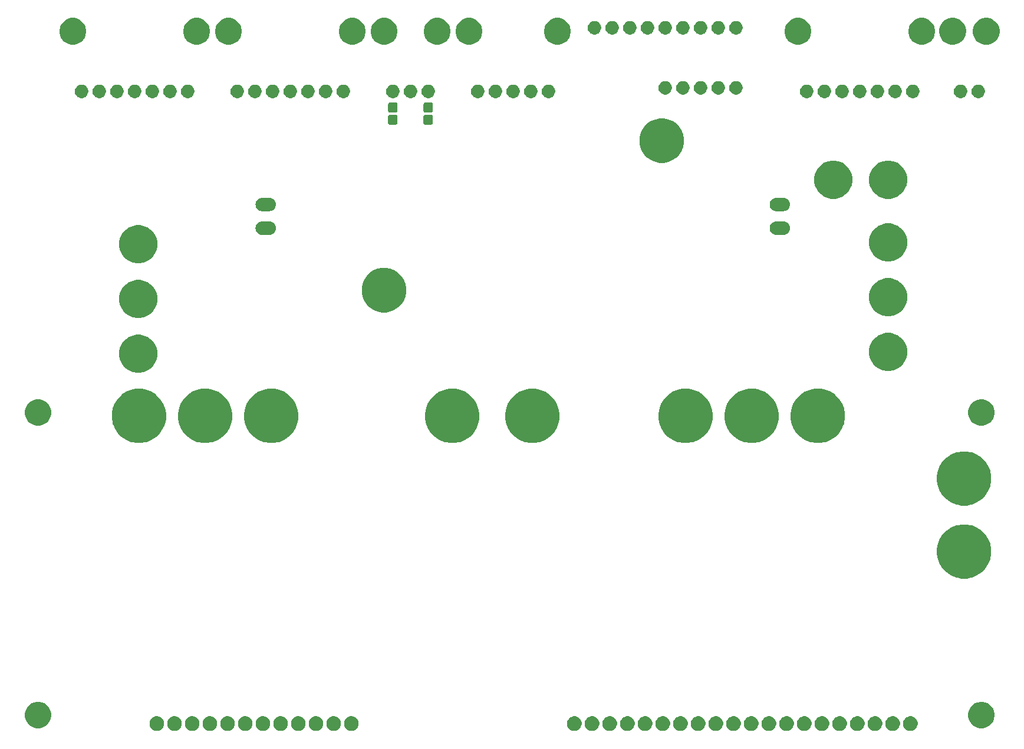
<source format=gbr>
G04 #@! TF.GenerationSoftware,KiCad,Pcbnew,(5.0.2)-1*
G04 #@! TF.CreationDate,2019-03-05T00:15:57-06:00*
G04 #@! TF.ProjectId,ODriveInterfacingBoard,4f447269-7665-4496-9e74-657266616369,rev?*
G04 #@! TF.SameCoordinates,Original*
G04 #@! TF.FileFunction,Soldermask,Bot*
G04 #@! TF.FilePolarity,Negative*
%FSLAX46Y46*%
G04 Gerber Fmt 4.6, Leading zero omitted, Abs format (unit mm)*
G04 Created by KiCad (PCBNEW (5.0.2)-1) date 3/5/2019 12:15:57 AM*
%MOMM*%
%LPD*%
G01*
G04 APERTURE LIST*
%ADD10C,0.100000*%
G04 APERTURE END LIST*
D10*
G36*
X131354605Y-143695621D02*
X131534991Y-143731501D01*
X131726079Y-143810653D01*
X131898053Y-143925562D01*
X132044306Y-144071815D01*
X132159215Y-144243789D01*
X132238367Y-144434877D01*
X132278717Y-144637735D01*
X132278717Y-144844567D01*
X132238367Y-145047425D01*
X132159215Y-145238513D01*
X132044306Y-145410487D01*
X131898053Y-145556740D01*
X131726079Y-145671649D01*
X131534991Y-145750801D01*
X131354605Y-145786681D01*
X131332134Y-145791151D01*
X131125300Y-145791151D01*
X131102829Y-145786681D01*
X130922443Y-145750801D01*
X130731355Y-145671649D01*
X130559381Y-145556740D01*
X130413128Y-145410487D01*
X130298219Y-145238513D01*
X130219067Y-145047425D01*
X130178717Y-144844567D01*
X130178717Y-144637735D01*
X130219067Y-144434877D01*
X130298219Y-144243789D01*
X130413128Y-144071815D01*
X130559381Y-143925562D01*
X130731355Y-143810653D01*
X130922443Y-143731501D01*
X131102829Y-143695621D01*
X131125300Y-143691151D01*
X131332134Y-143691151D01*
X131354605Y-143695621D01*
X131354605Y-143695621D01*
G37*
G36*
X66294637Y-143695621D02*
X66475023Y-143731501D01*
X66666111Y-143810653D01*
X66838085Y-143925562D01*
X66984338Y-144071815D01*
X67099247Y-144243789D01*
X67178399Y-144434877D01*
X67218749Y-144637735D01*
X67218749Y-144844567D01*
X67178399Y-145047425D01*
X67099247Y-145238513D01*
X66984338Y-145410487D01*
X66838085Y-145556740D01*
X66666111Y-145671649D01*
X66475023Y-145750801D01*
X66294637Y-145786681D01*
X66272166Y-145791151D01*
X66065332Y-145791151D01*
X66042861Y-145786681D01*
X65862475Y-145750801D01*
X65671387Y-145671649D01*
X65499413Y-145556740D01*
X65353160Y-145410487D01*
X65238251Y-145238513D01*
X65159099Y-145047425D01*
X65118749Y-144844567D01*
X65118749Y-144637735D01*
X65159099Y-144434877D01*
X65238251Y-144243789D01*
X65353160Y-144071815D01*
X65499413Y-143925562D01*
X65671387Y-143810653D01*
X65862475Y-143731501D01*
X66042861Y-143695621D01*
X66065332Y-143691151D01*
X66272166Y-143691151D01*
X66294637Y-143695621D01*
X66294637Y-143695621D01*
G37*
G36*
X128814605Y-143695621D02*
X128994991Y-143731501D01*
X129186079Y-143810653D01*
X129358053Y-143925562D01*
X129504306Y-144071815D01*
X129619215Y-144243789D01*
X129698367Y-144434877D01*
X129738717Y-144637735D01*
X129738717Y-144844567D01*
X129698367Y-145047425D01*
X129619215Y-145238513D01*
X129504306Y-145410487D01*
X129358053Y-145556740D01*
X129186079Y-145671649D01*
X128994991Y-145750801D01*
X128814605Y-145786681D01*
X128792134Y-145791151D01*
X128585300Y-145791151D01*
X128562829Y-145786681D01*
X128382443Y-145750801D01*
X128191355Y-145671649D01*
X128019381Y-145556740D01*
X127873128Y-145410487D01*
X127758219Y-145238513D01*
X127679067Y-145047425D01*
X127638717Y-144844567D01*
X127638717Y-144637735D01*
X127679067Y-144434877D01*
X127758219Y-144243789D01*
X127873128Y-144071815D01*
X128019381Y-143925562D01*
X128191355Y-143810653D01*
X128382443Y-143731501D01*
X128562829Y-143695621D01*
X128585300Y-143691151D01*
X128792134Y-143691151D01*
X128814605Y-143695621D01*
X128814605Y-143695621D01*
G37*
G36*
X133894605Y-143695621D02*
X134074991Y-143731501D01*
X134266079Y-143810653D01*
X134438053Y-143925562D01*
X134584306Y-144071815D01*
X134699215Y-144243789D01*
X134778367Y-144434877D01*
X134818717Y-144637735D01*
X134818717Y-144844567D01*
X134778367Y-145047425D01*
X134699215Y-145238513D01*
X134584306Y-145410487D01*
X134438053Y-145556740D01*
X134266079Y-145671649D01*
X134074991Y-145750801D01*
X133894605Y-145786681D01*
X133872134Y-145791151D01*
X133665300Y-145791151D01*
X133642829Y-145786681D01*
X133462443Y-145750801D01*
X133271355Y-145671649D01*
X133099381Y-145556740D01*
X132953128Y-145410487D01*
X132838219Y-145238513D01*
X132759067Y-145047425D01*
X132718717Y-144844567D01*
X132718717Y-144637735D01*
X132759067Y-144434877D01*
X132838219Y-144243789D01*
X132953128Y-144071815D01*
X133099381Y-143925562D01*
X133271355Y-143810653D01*
X133462443Y-143731501D01*
X133642829Y-143695621D01*
X133665300Y-143691151D01*
X133872134Y-143691151D01*
X133894605Y-143695621D01*
X133894605Y-143695621D01*
G37*
G36*
X136434605Y-143695621D02*
X136614991Y-143731501D01*
X136806079Y-143810653D01*
X136978053Y-143925562D01*
X137124306Y-144071815D01*
X137239215Y-144243789D01*
X137318367Y-144434877D01*
X137358717Y-144637735D01*
X137358717Y-144844567D01*
X137318367Y-145047425D01*
X137239215Y-145238513D01*
X137124306Y-145410487D01*
X136978053Y-145556740D01*
X136806079Y-145671649D01*
X136614991Y-145750801D01*
X136434605Y-145786681D01*
X136412134Y-145791151D01*
X136205300Y-145791151D01*
X136182829Y-145786681D01*
X136002443Y-145750801D01*
X135811355Y-145671649D01*
X135639381Y-145556740D01*
X135493128Y-145410487D01*
X135378219Y-145238513D01*
X135299067Y-145047425D01*
X135258717Y-144844567D01*
X135258717Y-144637735D01*
X135299067Y-144434877D01*
X135378219Y-144243789D01*
X135493128Y-144071815D01*
X135639381Y-143925562D01*
X135811355Y-143810653D01*
X136002443Y-143731501D01*
X136182829Y-143695621D01*
X136205300Y-143691151D01*
X136412134Y-143691151D01*
X136434605Y-143695621D01*
X136434605Y-143695621D01*
G37*
G36*
X138974605Y-143695621D02*
X139154991Y-143731501D01*
X139346079Y-143810653D01*
X139518053Y-143925562D01*
X139664306Y-144071815D01*
X139779215Y-144243789D01*
X139858367Y-144434877D01*
X139898717Y-144637735D01*
X139898717Y-144844567D01*
X139858367Y-145047425D01*
X139779215Y-145238513D01*
X139664306Y-145410487D01*
X139518053Y-145556740D01*
X139346079Y-145671649D01*
X139154991Y-145750801D01*
X138974605Y-145786681D01*
X138952134Y-145791151D01*
X138745300Y-145791151D01*
X138722829Y-145786681D01*
X138542443Y-145750801D01*
X138351355Y-145671649D01*
X138179381Y-145556740D01*
X138033128Y-145410487D01*
X137918219Y-145238513D01*
X137839067Y-145047425D01*
X137798717Y-144844567D01*
X137798717Y-144637735D01*
X137839067Y-144434877D01*
X137918219Y-144243789D01*
X138033128Y-144071815D01*
X138179381Y-143925562D01*
X138351355Y-143810653D01*
X138542443Y-143731501D01*
X138722829Y-143695621D01*
X138745300Y-143691151D01*
X138952134Y-143691151D01*
X138974605Y-143695621D01*
X138974605Y-143695621D01*
G37*
G36*
X141514605Y-143695621D02*
X141694991Y-143731501D01*
X141886079Y-143810653D01*
X142058053Y-143925562D01*
X142204306Y-144071815D01*
X142319215Y-144243789D01*
X142398367Y-144434877D01*
X142438717Y-144637735D01*
X142438717Y-144844567D01*
X142398367Y-145047425D01*
X142319215Y-145238513D01*
X142204306Y-145410487D01*
X142058053Y-145556740D01*
X141886079Y-145671649D01*
X141694991Y-145750801D01*
X141514605Y-145786681D01*
X141492134Y-145791151D01*
X141285300Y-145791151D01*
X141262829Y-145786681D01*
X141082443Y-145750801D01*
X140891355Y-145671649D01*
X140719381Y-145556740D01*
X140573128Y-145410487D01*
X140458219Y-145238513D01*
X140379067Y-145047425D01*
X140338717Y-144844567D01*
X140338717Y-144637735D01*
X140379067Y-144434877D01*
X140458219Y-144243789D01*
X140573128Y-144071815D01*
X140719381Y-143925562D01*
X140891355Y-143810653D01*
X141082443Y-143731501D01*
X141262829Y-143695621D01*
X141285300Y-143691151D01*
X141492134Y-143691151D01*
X141514605Y-143695621D01*
X141514605Y-143695621D01*
G37*
G36*
X144054605Y-143695621D02*
X144234991Y-143731501D01*
X144426079Y-143810653D01*
X144598053Y-143925562D01*
X144744306Y-144071815D01*
X144859215Y-144243789D01*
X144938367Y-144434877D01*
X144978717Y-144637735D01*
X144978717Y-144844567D01*
X144938367Y-145047425D01*
X144859215Y-145238513D01*
X144744306Y-145410487D01*
X144598053Y-145556740D01*
X144426079Y-145671649D01*
X144234991Y-145750801D01*
X144054605Y-145786681D01*
X144032134Y-145791151D01*
X143825300Y-145791151D01*
X143802829Y-145786681D01*
X143622443Y-145750801D01*
X143431355Y-145671649D01*
X143259381Y-145556740D01*
X143113128Y-145410487D01*
X142998219Y-145238513D01*
X142919067Y-145047425D01*
X142878717Y-144844567D01*
X142878717Y-144637735D01*
X142919067Y-144434877D01*
X142998219Y-144243789D01*
X143113128Y-144071815D01*
X143259381Y-143925562D01*
X143431355Y-143810653D01*
X143622443Y-143731501D01*
X143802829Y-143695621D01*
X143825300Y-143691151D01*
X144032134Y-143691151D01*
X144054605Y-143695621D01*
X144054605Y-143695621D01*
G37*
G36*
X149134605Y-143695621D02*
X149314991Y-143731501D01*
X149506079Y-143810653D01*
X149678053Y-143925562D01*
X149824306Y-144071815D01*
X149939215Y-144243789D01*
X150018367Y-144434877D01*
X150058717Y-144637735D01*
X150058717Y-144844567D01*
X150018367Y-145047425D01*
X149939215Y-145238513D01*
X149824306Y-145410487D01*
X149678053Y-145556740D01*
X149506079Y-145671649D01*
X149314991Y-145750801D01*
X149134605Y-145786681D01*
X149112134Y-145791151D01*
X148905300Y-145791151D01*
X148882829Y-145786681D01*
X148702443Y-145750801D01*
X148511355Y-145671649D01*
X148339381Y-145556740D01*
X148193128Y-145410487D01*
X148078219Y-145238513D01*
X147999067Y-145047425D01*
X147958717Y-144844567D01*
X147958717Y-144637735D01*
X147999067Y-144434877D01*
X148078219Y-144243789D01*
X148193128Y-144071815D01*
X148339381Y-143925562D01*
X148511355Y-143810653D01*
X148702443Y-143731501D01*
X148882829Y-143695621D01*
X148905300Y-143691151D01*
X149112134Y-143691151D01*
X149134605Y-143695621D01*
X149134605Y-143695621D01*
G37*
G36*
X151674605Y-143695621D02*
X151854991Y-143731501D01*
X152046079Y-143810653D01*
X152218053Y-143925562D01*
X152364306Y-144071815D01*
X152479215Y-144243789D01*
X152558367Y-144434877D01*
X152598717Y-144637735D01*
X152598717Y-144844567D01*
X152558367Y-145047425D01*
X152479215Y-145238513D01*
X152364306Y-145410487D01*
X152218053Y-145556740D01*
X152046079Y-145671649D01*
X151854991Y-145750801D01*
X151674605Y-145786681D01*
X151652134Y-145791151D01*
X151445300Y-145791151D01*
X151422829Y-145786681D01*
X151242443Y-145750801D01*
X151051355Y-145671649D01*
X150879381Y-145556740D01*
X150733128Y-145410487D01*
X150618219Y-145238513D01*
X150539067Y-145047425D01*
X150498717Y-144844567D01*
X150498717Y-144637735D01*
X150539067Y-144434877D01*
X150618219Y-144243789D01*
X150733128Y-144071815D01*
X150879381Y-143925562D01*
X151051355Y-143810653D01*
X151242443Y-143731501D01*
X151422829Y-143695621D01*
X151445300Y-143691151D01*
X151652134Y-143691151D01*
X151674605Y-143695621D01*
X151674605Y-143695621D01*
G37*
G36*
X154214605Y-143695621D02*
X154394991Y-143731501D01*
X154586079Y-143810653D01*
X154758053Y-143925562D01*
X154904306Y-144071815D01*
X155019215Y-144243789D01*
X155098367Y-144434877D01*
X155138717Y-144637735D01*
X155138717Y-144844567D01*
X155098367Y-145047425D01*
X155019215Y-145238513D01*
X154904306Y-145410487D01*
X154758053Y-145556740D01*
X154586079Y-145671649D01*
X154394991Y-145750801D01*
X154214605Y-145786681D01*
X154192134Y-145791151D01*
X153985300Y-145791151D01*
X153962829Y-145786681D01*
X153782443Y-145750801D01*
X153591355Y-145671649D01*
X153419381Y-145556740D01*
X153273128Y-145410487D01*
X153158219Y-145238513D01*
X153079067Y-145047425D01*
X153038717Y-144844567D01*
X153038717Y-144637735D01*
X153079067Y-144434877D01*
X153158219Y-144243789D01*
X153273128Y-144071815D01*
X153419381Y-143925562D01*
X153591355Y-143810653D01*
X153782443Y-143731501D01*
X153962829Y-143695621D01*
X153985300Y-143691151D01*
X154192134Y-143691151D01*
X154214605Y-143695621D01*
X154214605Y-143695621D01*
G37*
G36*
X156754605Y-143695621D02*
X156934991Y-143731501D01*
X157126079Y-143810653D01*
X157298053Y-143925562D01*
X157444306Y-144071815D01*
X157559215Y-144243789D01*
X157638367Y-144434877D01*
X157678717Y-144637735D01*
X157678717Y-144844567D01*
X157638367Y-145047425D01*
X157559215Y-145238513D01*
X157444306Y-145410487D01*
X157298053Y-145556740D01*
X157126079Y-145671649D01*
X156934991Y-145750801D01*
X156754605Y-145786681D01*
X156732134Y-145791151D01*
X156525300Y-145791151D01*
X156502829Y-145786681D01*
X156322443Y-145750801D01*
X156131355Y-145671649D01*
X155959381Y-145556740D01*
X155813128Y-145410487D01*
X155698219Y-145238513D01*
X155619067Y-145047425D01*
X155578717Y-144844567D01*
X155578717Y-144637735D01*
X155619067Y-144434877D01*
X155698219Y-144243789D01*
X155813128Y-144071815D01*
X155959381Y-143925562D01*
X156131355Y-143810653D01*
X156322443Y-143731501D01*
X156502829Y-143695621D01*
X156525300Y-143691151D01*
X156732134Y-143691151D01*
X156754605Y-143695621D01*
X156754605Y-143695621D01*
G37*
G36*
X159294605Y-143695621D02*
X159474991Y-143731501D01*
X159666079Y-143810653D01*
X159838053Y-143925562D01*
X159984306Y-144071815D01*
X160099215Y-144243789D01*
X160178367Y-144434877D01*
X160218717Y-144637735D01*
X160218717Y-144844567D01*
X160178367Y-145047425D01*
X160099215Y-145238513D01*
X159984306Y-145410487D01*
X159838053Y-145556740D01*
X159666079Y-145671649D01*
X159474991Y-145750801D01*
X159294605Y-145786681D01*
X159272134Y-145791151D01*
X159065300Y-145791151D01*
X159042829Y-145786681D01*
X158862443Y-145750801D01*
X158671355Y-145671649D01*
X158499381Y-145556740D01*
X158353128Y-145410487D01*
X158238219Y-145238513D01*
X158159067Y-145047425D01*
X158118717Y-144844567D01*
X158118717Y-144637735D01*
X158159067Y-144434877D01*
X158238219Y-144243789D01*
X158353128Y-144071815D01*
X158499381Y-143925562D01*
X158671355Y-143810653D01*
X158862443Y-143731501D01*
X159042829Y-143695621D01*
X159065300Y-143691151D01*
X159272134Y-143691151D01*
X159294605Y-143695621D01*
X159294605Y-143695621D01*
G37*
G36*
X161834605Y-143695621D02*
X162014991Y-143731501D01*
X162206079Y-143810653D01*
X162378053Y-143925562D01*
X162524306Y-144071815D01*
X162639215Y-144243789D01*
X162718367Y-144434877D01*
X162758717Y-144637735D01*
X162758717Y-144844567D01*
X162718367Y-145047425D01*
X162639215Y-145238513D01*
X162524306Y-145410487D01*
X162378053Y-145556740D01*
X162206079Y-145671649D01*
X162014991Y-145750801D01*
X161834605Y-145786681D01*
X161812134Y-145791151D01*
X161605300Y-145791151D01*
X161582829Y-145786681D01*
X161402443Y-145750801D01*
X161211355Y-145671649D01*
X161039381Y-145556740D01*
X160893128Y-145410487D01*
X160778219Y-145238513D01*
X160699067Y-145047425D01*
X160658717Y-144844567D01*
X160658717Y-144637735D01*
X160699067Y-144434877D01*
X160778219Y-144243789D01*
X160893128Y-144071815D01*
X161039381Y-143925562D01*
X161211355Y-143810653D01*
X161402443Y-143731501D01*
X161582829Y-143695621D01*
X161605300Y-143691151D01*
X161812134Y-143691151D01*
X161834605Y-143695621D01*
X161834605Y-143695621D01*
G37*
G36*
X164374605Y-143695621D02*
X164554991Y-143731501D01*
X164746079Y-143810653D01*
X164918053Y-143925562D01*
X165064306Y-144071815D01*
X165179215Y-144243789D01*
X165258367Y-144434877D01*
X165298717Y-144637735D01*
X165298717Y-144844567D01*
X165258367Y-145047425D01*
X165179215Y-145238513D01*
X165064306Y-145410487D01*
X164918053Y-145556740D01*
X164746079Y-145671649D01*
X164554991Y-145750801D01*
X164374605Y-145786681D01*
X164352134Y-145791151D01*
X164145300Y-145791151D01*
X164122829Y-145786681D01*
X163942443Y-145750801D01*
X163751355Y-145671649D01*
X163579381Y-145556740D01*
X163433128Y-145410487D01*
X163318219Y-145238513D01*
X163239067Y-145047425D01*
X163198717Y-144844567D01*
X163198717Y-144637735D01*
X163239067Y-144434877D01*
X163318219Y-144243789D01*
X163433128Y-144071815D01*
X163579381Y-143925562D01*
X163751355Y-143810653D01*
X163942443Y-143731501D01*
X164122829Y-143695621D01*
X164145300Y-143691151D01*
X164352134Y-143691151D01*
X164374605Y-143695621D01*
X164374605Y-143695621D01*
G37*
G36*
X146594605Y-143695621D02*
X146774991Y-143731501D01*
X146966079Y-143810653D01*
X147138053Y-143925562D01*
X147284306Y-144071815D01*
X147399215Y-144243789D01*
X147478367Y-144434877D01*
X147518717Y-144637735D01*
X147518717Y-144844567D01*
X147478367Y-145047425D01*
X147399215Y-145238513D01*
X147284306Y-145410487D01*
X147138053Y-145556740D01*
X146966079Y-145671649D01*
X146774991Y-145750801D01*
X146594605Y-145786681D01*
X146572134Y-145791151D01*
X146365300Y-145791151D01*
X146342829Y-145786681D01*
X146162443Y-145750801D01*
X145971355Y-145671649D01*
X145799381Y-145556740D01*
X145653128Y-145410487D01*
X145538219Y-145238513D01*
X145459067Y-145047425D01*
X145418717Y-144844567D01*
X145418717Y-144637735D01*
X145459067Y-144434877D01*
X145538219Y-144243789D01*
X145653128Y-144071815D01*
X145799381Y-143925562D01*
X145971355Y-143810653D01*
X146162443Y-143731501D01*
X146342829Y-143695621D01*
X146365300Y-143691151D01*
X146572134Y-143691151D01*
X146594605Y-143695621D01*
X146594605Y-143695621D01*
G37*
G36*
X81534637Y-143695621D02*
X81715023Y-143731501D01*
X81906111Y-143810653D01*
X82078085Y-143925562D01*
X82224338Y-144071815D01*
X82339247Y-144243789D01*
X82418399Y-144434877D01*
X82458749Y-144637735D01*
X82458749Y-144844567D01*
X82418399Y-145047425D01*
X82339247Y-145238513D01*
X82224338Y-145410487D01*
X82078085Y-145556740D01*
X81906111Y-145671649D01*
X81715023Y-145750801D01*
X81534637Y-145786681D01*
X81512166Y-145791151D01*
X81305332Y-145791151D01*
X81282861Y-145786681D01*
X81102475Y-145750801D01*
X80911387Y-145671649D01*
X80739413Y-145556740D01*
X80593160Y-145410487D01*
X80478251Y-145238513D01*
X80399099Y-145047425D01*
X80358749Y-144844567D01*
X80358749Y-144637735D01*
X80399099Y-144434877D01*
X80478251Y-144243789D01*
X80593160Y-144071815D01*
X80739413Y-143925562D01*
X80911387Y-143810653D01*
X81102475Y-143731501D01*
X81282861Y-143695621D01*
X81305332Y-143691151D01*
X81512166Y-143691151D01*
X81534637Y-143695621D01*
X81534637Y-143695621D01*
G37*
G36*
X123734605Y-143695621D02*
X123914991Y-143731501D01*
X124106079Y-143810653D01*
X124278053Y-143925562D01*
X124424306Y-144071815D01*
X124539215Y-144243789D01*
X124618367Y-144434877D01*
X124658717Y-144637735D01*
X124658717Y-144844567D01*
X124618367Y-145047425D01*
X124539215Y-145238513D01*
X124424306Y-145410487D01*
X124278053Y-145556740D01*
X124106079Y-145671649D01*
X123914991Y-145750801D01*
X123734605Y-145786681D01*
X123712134Y-145791151D01*
X123505300Y-145791151D01*
X123482829Y-145786681D01*
X123302443Y-145750801D01*
X123111355Y-145671649D01*
X122939381Y-145556740D01*
X122793128Y-145410487D01*
X122678219Y-145238513D01*
X122599067Y-145047425D01*
X122558717Y-144844567D01*
X122558717Y-144637735D01*
X122599067Y-144434877D01*
X122678219Y-144243789D01*
X122793128Y-144071815D01*
X122939381Y-143925562D01*
X123111355Y-143810653D01*
X123302443Y-143731501D01*
X123482829Y-143695621D01*
X123505300Y-143691151D01*
X123712134Y-143691151D01*
X123734605Y-143695621D01*
X123734605Y-143695621D01*
G37*
G36*
X121194605Y-143695621D02*
X121374991Y-143731501D01*
X121566079Y-143810653D01*
X121738053Y-143925562D01*
X121884306Y-144071815D01*
X121999215Y-144243789D01*
X122078367Y-144434877D01*
X122118717Y-144637735D01*
X122118717Y-144844567D01*
X122078367Y-145047425D01*
X121999215Y-145238513D01*
X121884306Y-145410487D01*
X121738053Y-145556740D01*
X121566079Y-145671649D01*
X121374991Y-145750801D01*
X121194605Y-145786681D01*
X121172134Y-145791151D01*
X120965300Y-145791151D01*
X120942829Y-145786681D01*
X120762443Y-145750801D01*
X120571355Y-145671649D01*
X120399381Y-145556740D01*
X120253128Y-145410487D01*
X120138219Y-145238513D01*
X120059067Y-145047425D01*
X120018717Y-144844567D01*
X120018717Y-144637735D01*
X120059067Y-144434877D01*
X120138219Y-144243789D01*
X120253128Y-144071815D01*
X120399381Y-143925562D01*
X120571355Y-143810653D01*
X120762443Y-143731501D01*
X120942829Y-143695621D01*
X120965300Y-143691151D01*
X121172134Y-143691151D01*
X121194605Y-143695621D01*
X121194605Y-143695621D01*
G37*
G36*
X118654605Y-143695621D02*
X118834991Y-143731501D01*
X119026079Y-143810653D01*
X119198053Y-143925562D01*
X119344306Y-144071815D01*
X119459215Y-144243789D01*
X119538367Y-144434877D01*
X119578717Y-144637735D01*
X119578717Y-144844567D01*
X119538367Y-145047425D01*
X119459215Y-145238513D01*
X119344306Y-145410487D01*
X119198053Y-145556740D01*
X119026079Y-145671649D01*
X118834991Y-145750801D01*
X118654605Y-145786681D01*
X118632134Y-145791151D01*
X118425300Y-145791151D01*
X118402829Y-145786681D01*
X118222443Y-145750801D01*
X118031355Y-145671649D01*
X117859381Y-145556740D01*
X117713128Y-145410487D01*
X117598219Y-145238513D01*
X117519067Y-145047425D01*
X117478717Y-144844567D01*
X117478717Y-144637735D01*
X117519067Y-144434877D01*
X117598219Y-144243789D01*
X117713128Y-144071815D01*
X117859381Y-143925562D01*
X118031355Y-143810653D01*
X118222443Y-143731501D01*
X118402829Y-143695621D01*
X118425300Y-143691151D01*
X118632134Y-143691151D01*
X118654605Y-143695621D01*
X118654605Y-143695621D01*
G37*
G36*
X116114605Y-143695621D02*
X116294991Y-143731501D01*
X116486079Y-143810653D01*
X116658053Y-143925562D01*
X116804306Y-144071815D01*
X116919215Y-144243789D01*
X116998367Y-144434877D01*
X117038717Y-144637735D01*
X117038717Y-144844567D01*
X116998367Y-145047425D01*
X116919215Y-145238513D01*
X116804306Y-145410487D01*
X116658053Y-145556740D01*
X116486079Y-145671649D01*
X116294991Y-145750801D01*
X116114605Y-145786681D01*
X116092134Y-145791151D01*
X115885300Y-145791151D01*
X115862829Y-145786681D01*
X115682443Y-145750801D01*
X115491355Y-145671649D01*
X115319381Y-145556740D01*
X115173128Y-145410487D01*
X115058219Y-145238513D01*
X114979067Y-145047425D01*
X114938717Y-144844567D01*
X114938717Y-144637735D01*
X114979067Y-144434877D01*
X115058219Y-144243789D01*
X115173128Y-144071815D01*
X115319381Y-143925562D01*
X115491355Y-143810653D01*
X115682443Y-143731501D01*
X115862829Y-143695621D01*
X115885300Y-143691151D01*
X116092134Y-143691151D01*
X116114605Y-143695621D01*
X116114605Y-143695621D01*
G37*
G36*
X56134637Y-143695621D02*
X56315023Y-143731501D01*
X56506111Y-143810653D01*
X56678085Y-143925562D01*
X56824338Y-144071815D01*
X56939247Y-144243789D01*
X57018399Y-144434877D01*
X57058749Y-144637735D01*
X57058749Y-144844567D01*
X57018399Y-145047425D01*
X56939247Y-145238513D01*
X56824338Y-145410487D01*
X56678085Y-145556740D01*
X56506111Y-145671649D01*
X56315023Y-145750801D01*
X56134637Y-145786681D01*
X56112166Y-145791151D01*
X55905332Y-145791151D01*
X55882861Y-145786681D01*
X55702475Y-145750801D01*
X55511387Y-145671649D01*
X55339413Y-145556740D01*
X55193160Y-145410487D01*
X55078251Y-145238513D01*
X54999099Y-145047425D01*
X54958749Y-144844567D01*
X54958749Y-144637735D01*
X54999099Y-144434877D01*
X55078251Y-144243789D01*
X55193160Y-144071815D01*
X55339413Y-143925562D01*
X55511387Y-143810653D01*
X55702475Y-143731501D01*
X55882861Y-143695621D01*
X55905332Y-143691151D01*
X56112166Y-143691151D01*
X56134637Y-143695621D01*
X56134637Y-143695621D01*
G37*
G36*
X58674637Y-143695621D02*
X58855023Y-143731501D01*
X59046111Y-143810653D01*
X59218085Y-143925562D01*
X59364338Y-144071815D01*
X59479247Y-144243789D01*
X59558399Y-144434877D01*
X59598749Y-144637735D01*
X59598749Y-144844567D01*
X59558399Y-145047425D01*
X59479247Y-145238513D01*
X59364338Y-145410487D01*
X59218085Y-145556740D01*
X59046111Y-145671649D01*
X58855023Y-145750801D01*
X58674637Y-145786681D01*
X58652166Y-145791151D01*
X58445332Y-145791151D01*
X58422861Y-145786681D01*
X58242475Y-145750801D01*
X58051387Y-145671649D01*
X57879413Y-145556740D01*
X57733160Y-145410487D01*
X57618251Y-145238513D01*
X57539099Y-145047425D01*
X57498749Y-144844567D01*
X57498749Y-144637735D01*
X57539099Y-144434877D01*
X57618251Y-144243789D01*
X57733160Y-144071815D01*
X57879413Y-143925562D01*
X58051387Y-143810653D01*
X58242475Y-143731501D01*
X58422861Y-143695621D01*
X58445332Y-143691151D01*
X58652166Y-143691151D01*
X58674637Y-143695621D01*
X58674637Y-143695621D01*
G37*
G36*
X61214637Y-143695621D02*
X61395023Y-143731501D01*
X61586111Y-143810653D01*
X61758085Y-143925562D01*
X61904338Y-144071815D01*
X62019247Y-144243789D01*
X62098399Y-144434877D01*
X62138749Y-144637735D01*
X62138749Y-144844567D01*
X62098399Y-145047425D01*
X62019247Y-145238513D01*
X61904338Y-145410487D01*
X61758085Y-145556740D01*
X61586111Y-145671649D01*
X61395023Y-145750801D01*
X61214637Y-145786681D01*
X61192166Y-145791151D01*
X60985332Y-145791151D01*
X60962861Y-145786681D01*
X60782475Y-145750801D01*
X60591387Y-145671649D01*
X60419413Y-145556740D01*
X60273160Y-145410487D01*
X60158251Y-145238513D01*
X60079099Y-145047425D01*
X60038749Y-144844567D01*
X60038749Y-144637735D01*
X60079099Y-144434877D01*
X60158251Y-144243789D01*
X60273160Y-144071815D01*
X60419413Y-143925562D01*
X60591387Y-143810653D01*
X60782475Y-143731501D01*
X60962861Y-143695621D01*
X60985332Y-143691151D01*
X61192166Y-143691151D01*
X61214637Y-143695621D01*
X61214637Y-143695621D01*
G37*
G36*
X126274605Y-143695621D02*
X126454991Y-143731501D01*
X126646079Y-143810653D01*
X126818053Y-143925562D01*
X126964306Y-144071815D01*
X127079215Y-144243789D01*
X127158367Y-144434877D01*
X127198717Y-144637735D01*
X127198717Y-144844567D01*
X127158367Y-145047425D01*
X127079215Y-145238513D01*
X126964306Y-145410487D01*
X126818053Y-145556740D01*
X126646079Y-145671649D01*
X126454991Y-145750801D01*
X126274605Y-145786681D01*
X126252134Y-145791151D01*
X126045300Y-145791151D01*
X126022829Y-145786681D01*
X125842443Y-145750801D01*
X125651355Y-145671649D01*
X125479381Y-145556740D01*
X125333128Y-145410487D01*
X125218219Y-145238513D01*
X125139067Y-145047425D01*
X125098717Y-144844567D01*
X125098717Y-144637735D01*
X125139067Y-144434877D01*
X125218219Y-144243789D01*
X125333128Y-144071815D01*
X125479381Y-143925562D01*
X125651355Y-143810653D01*
X125842443Y-143731501D01*
X126022829Y-143695621D01*
X126045300Y-143691151D01*
X126252134Y-143691151D01*
X126274605Y-143695621D01*
X126274605Y-143695621D01*
G37*
G36*
X84074637Y-143695621D02*
X84255023Y-143731501D01*
X84446111Y-143810653D01*
X84618085Y-143925562D01*
X84764338Y-144071815D01*
X84879247Y-144243789D01*
X84958399Y-144434877D01*
X84998749Y-144637735D01*
X84998749Y-144844567D01*
X84958399Y-145047425D01*
X84879247Y-145238513D01*
X84764338Y-145410487D01*
X84618085Y-145556740D01*
X84446111Y-145671649D01*
X84255023Y-145750801D01*
X84074637Y-145786681D01*
X84052166Y-145791151D01*
X83845332Y-145791151D01*
X83822861Y-145786681D01*
X83642475Y-145750801D01*
X83451387Y-145671649D01*
X83279413Y-145556740D01*
X83133160Y-145410487D01*
X83018251Y-145238513D01*
X82939099Y-145047425D01*
X82898749Y-144844567D01*
X82898749Y-144637735D01*
X82939099Y-144434877D01*
X83018251Y-144243789D01*
X83133160Y-144071815D01*
X83279413Y-143925562D01*
X83451387Y-143810653D01*
X83642475Y-143731501D01*
X83822861Y-143695621D01*
X83845332Y-143691151D01*
X84052166Y-143691151D01*
X84074637Y-143695621D01*
X84074637Y-143695621D01*
G37*
G36*
X78994637Y-143695621D02*
X79175023Y-143731501D01*
X79366111Y-143810653D01*
X79538085Y-143925562D01*
X79684338Y-144071815D01*
X79799247Y-144243789D01*
X79878399Y-144434877D01*
X79918749Y-144637735D01*
X79918749Y-144844567D01*
X79878399Y-145047425D01*
X79799247Y-145238513D01*
X79684338Y-145410487D01*
X79538085Y-145556740D01*
X79366111Y-145671649D01*
X79175023Y-145750801D01*
X78994637Y-145786681D01*
X78972166Y-145791151D01*
X78765332Y-145791151D01*
X78742861Y-145786681D01*
X78562475Y-145750801D01*
X78371387Y-145671649D01*
X78199413Y-145556740D01*
X78053160Y-145410487D01*
X77938251Y-145238513D01*
X77859099Y-145047425D01*
X77818749Y-144844567D01*
X77818749Y-144637735D01*
X77859099Y-144434877D01*
X77938251Y-144243789D01*
X78053160Y-144071815D01*
X78199413Y-143925562D01*
X78371387Y-143810653D01*
X78562475Y-143731501D01*
X78742861Y-143695621D01*
X78765332Y-143691151D01*
X78972166Y-143691151D01*
X78994637Y-143695621D01*
X78994637Y-143695621D01*
G37*
G36*
X76454637Y-143695621D02*
X76635023Y-143731501D01*
X76826111Y-143810653D01*
X76998085Y-143925562D01*
X77144338Y-144071815D01*
X77259247Y-144243789D01*
X77338399Y-144434877D01*
X77378749Y-144637735D01*
X77378749Y-144844567D01*
X77338399Y-145047425D01*
X77259247Y-145238513D01*
X77144338Y-145410487D01*
X76998085Y-145556740D01*
X76826111Y-145671649D01*
X76635023Y-145750801D01*
X76454637Y-145786681D01*
X76432166Y-145791151D01*
X76225332Y-145791151D01*
X76202861Y-145786681D01*
X76022475Y-145750801D01*
X75831387Y-145671649D01*
X75659413Y-145556740D01*
X75513160Y-145410487D01*
X75398251Y-145238513D01*
X75319099Y-145047425D01*
X75278749Y-144844567D01*
X75278749Y-144637735D01*
X75319099Y-144434877D01*
X75398251Y-144243789D01*
X75513160Y-144071815D01*
X75659413Y-143925562D01*
X75831387Y-143810653D01*
X76022475Y-143731501D01*
X76202861Y-143695621D01*
X76225332Y-143691151D01*
X76432166Y-143691151D01*
X76454637Y-143695621D01*
X76454637Y-143695621D01*
G37*
G36*
X71374637Y-143695621D02*
X71555023Y-143731501D01*
X71746111Y-143810653D01*
X71918085Y-143925562D01*
X72064338Y-144071815D01*
X72179247Y-144243789D01*
X72258399Y-144434877D01*
X72298749Y-144637735D01*
X72298749Y-144844567D01*
X72258399Y-145047425D01*
X72179247Y-145238513D01*
X72064338Y-145410487D01*
X71918085Y-145556740D01*
X71746111Y-145671649D01*
X71555023Y-145750801D01*
X71374637Y-145786681D01*
X71352166Y-145791151D01*
X71145332Y-145791151D01*
X71122861Y-145786681D01*
X70942475Y-145750801D01*
X70751387Y-145671649D01*
X70579413Y-145556740D01*
X70433160Y-145410487D01*
X70318251Y-145238513D01*
X70239099Y-145047425D01*
X70198749Y-144844567D01*
X70198749Y-144637735D01*
X70239099Y-144434877D01*
X70318251Y-144243789D01*
X70433160Y-144071815D01*
X70579413Y-143925562D01*
X70751387Y-143810653D01*
X70942475Y-143731501D01*
X71122861Y-143695621D01*
X71145332Y-143691151D01*
X71352166Y-143691151D01*
X71374637Y-143695621D01*
X71374637Y-143695621D01*
G37*
G36*
X63754637Y-143695621D02*
X63935023Y-143731501D01*
X64126111Y-143810653D01*
X64298085Y-143925562D01*
X64444338Y-144071815D01*
X64559247Y-144243789D01*
X64638399Y-144434877D01*
X64678749Y-144637735D01*
X64678749Y-144844567D01*
X64638399Y-145047425D01*
X64559247Y-145238513D01*
X64444338Y-145410487D01*
X64298085Y-145556740D01*
X64126111Y-145671649D01*
X63935023Y-145750801D01*
X63754637Y-145786681D01*
X63732166Y-145791151D01*
X63525332Y-145791151D01*
X63502861Y-145786681D01*
X63322475Y-145750801D01*
X63131387Y-145671649D01*
X62959413Y-145556740D01*
X62813160Y-145410487D01*
X62698251Y-145238513D01*
X62619099Y-145047425D01*
X62578749Y-144844567D01*
X62578749Y-144637735D01*
X62619099Y-144434877D01*
X62698251Y-144243789D01*
X62813160Y-144071815D01*
X62959413Y-143925562D01*
X63131387Y-143810653D01*
X63322475Y-143731501D01*
X63502861Y-143695621D01*
X63525332Y-143691151D01*
X63732166Y-143691151D01*
X63754637Y-143695621D01*
X63754637Y-143695621D01*
G37*
G36*
X68834637Y-143695621D02*
X69015023Y-143731501D01*
X69206111Y-143810653D01*
X69378085Y-143925562D01*
X69524338Y-144071815D01*
X69639247Y-144243789D01*
X69718399Y-144434877D01*
X69758749Y-144637735D01*
X69758749Y-144844567D01*
X69718399Y-145047425D01*
X69639247Y-145238513D01*
X69524338Y-145410487D01*
X69378085Y-145556740D01*
X69206111Y-145671649D01*
X69015023Y-145750801D01*
X68834637Y-145786681D01*
X68812166Y-145791151D01*
X68605332Y-145791151D01*
X68582861Y-145786681D01*
X68402475Y-145750801D01*
X68211387Y-145671649D01*
X68039413Y-145556740D01*
X67893160Y-145410487D01*
X67778251Y-145238513D01*
X67699099Y-145047425D01*
X67658749Y-144844567D01*
X67658749Y-144637735D01*
X67699099Y-144434877D01*
X67778251Y-144243789D01*
X67893160Y-144071815D01*
X68039413Y-143925562D01*
X68211387Y-143810653D01*
X68402475Y-143731501D01*
X68582861Y-143695621D01*
X68605332Y-143691151D01*
X68812166Y-143691151D01*
X68834637Y-143695621D01*
X68834637Y-143695621D01*
G37*
G36*
X73914637Y-143695621D02*
X74095023Y-143731501D01*
X74286111Y-143810653D01*
X74458085Y-143925562D01*
X74604338Y-144071815D01*
X74719247Y-144243789D01*
X74798399Y-144434877D01*
X74838749Y-144637735D01*
X74838749Y-144844567D01*
X74798399Y-145047425D01*
X74719247Y-145238513D01*
X74604338Y-145410487D01*
X74458085Y-145556740D01*
X74286111Y-145671649D01*
X74095023Y-145750801D01*
X73914637Y-145786681D01*
X73892166Y-145791151D01*
X73685332Y-145791151D01*
X73662861Y-145786681D01*
X73482475Y-145750801D01*
X73291387Y-145671649D01*
X73119413Y-145556740D01*
X72973160Y-145410487D01*
X72858251Y-145238513D01*
X72779099Y-145047425D01*
X72738749Y-144844567D01*
X72738749Y-144637735D01*
X72779099Y-144434877D01*
X72858251Y-144243789D01*
X72973160Y-144071815D01*
X73119413Y-143925562D01*
X73291387Y-143810653D01*
X73482475Y-143731501D01*
X73662861Y-143695621D01*
X73685332Y-143691151D01*
X73892166Y-143691151D01*
X73914637Y-143695621D01*
X73914637Y-143695621D01*
G37*
G36*
X175002926Y-141684167D02*
X175348703Y-141827392D01*
X175659899Y-142035327D01*
X175924541Y-142299969D01*
X176132476Y-142611165D01*
X176275701Y-142956942D01*
X176348717Y-143324016D01*
X176348717Y-143698286D01*
X176275701Y-144065360D01*
X176132476Y-144411137D01*
X175924541Y-144722333D01*
X175659899Y-144986975D01*
X175348703Y-145194910D01*
X175002926Y-145338135D01*
X174635852Y-145411151D01*
X174261582Y-145411151D01*
X173894508Y-145338135D01*
X173548731Y-145194910D01*
X173237535Y-144986975D01*
X172972893Y-144722333D01*
X172764958Y-144411137D01*
X172621733Y-144065360D01*
X172548717Y-143698286D01*
X172548717Y-143324016D01*
X172621733Y-142956942D01*
X172764958Y-142611165D01*
X172972893Y-142299969D01*
X173237535Y-142035327D01*
X173548731Y-141827392D01*
X173894508Y-141684167D01*
X174261582Y-141611151D01*
X174635852Y-141611151D01*
X175002926Y-141684167D01*
X175002926Y-141684167D01*
G37*
G36*
X39502926Y-141684167D02*
X39848703Y-141827392D01*
X40159899Y-142035327D01*
X40424541Y-142299969D01*
X40632476Y-142611165D01*
X40775701Y-142956942D01*
X40848717Y-143324016D01*
X40848717Y-143698286D01*
X40775701Y-144065360D01*
X40632476Y-144411137D01*
X40424541Y-144722333D01*
X40159899Y-144986975D01*
X39848703Y-145194910D01*
X39502926Y-145338135D01*
X39135852Y-145411151D01*
X38761582Y-145411151D01*
X38394508Y-145338135D01*
X38048731Y-145194910D01*
X37737535Y-144986975D01*
X37472893Y-144722333D01*
X37264958Y-144411137D01*
X37121733Y-144065360D01*
X37048717Y-143698286D01*
X37048717Y-143324016D01*
X37121733Y-142956942D01*
X37264958Y-142611165D01*
X37472893Y-142299969D01*
X37737535Y-142035327D01*
X38048731Y-141827392D01*
X38394508Y-141684167D01*
X38761582Y-141611151D01*
X39135852Y-141611151D01*
X39502926Y-141684167D01*
X39502926Y-141684167D01*
G37*
G36*
X172835148Y-116211068D02*
X173086305Y-116261026D01*
X173796060Y-116555016D01*
X174426318Y-116976142D01*
X174434825Y-116981826D01*
X174978042Y-117525043D01*
X175404853Y-118163810D01*
X175698842Y-118873564D01*
X175848717Y-119627033D01*
X175848717Y-120395269D01*
X175698842Y-121148738D01*
X175404853Y-121858492D01*
X174978042Y-122497259D01*
X174434825Y-123040476D01*
X174434822Y-123040478D01*
X173796060Y-123467286D01*
X173086305Y-123761276D01*
X172835148Y-123811234D01*
X172332835Y-123911151D01*
X171564599Y-123911151D01*
X171062286Y-123811234D01*
X170811129Y-123761276D01*
X170101374Y-123467286D01*
X169462612Y-123040478D01*
X169462609Y-123040476D01*
X168919392Y-122497259D01*
X168492581Y-121858492D01*
X168198592Y-121148738D01*
X168048717Y-120395269D01*
X168048717Y-119627033D01*
X168198592Y-118873564D01*
X168492581Y-118163810D01*
X168919392Y-117525043D01*
X169462609Y-116981826D01*
X169471116Y-116976142D01*
X170101374Y-116555016D01*
X170811129Y-116261026D01*
X171062286Y-116211068D01*
X171564599Y-116111151D01*
X172332835Y-116111151D01*
X172835148Y-116211068D01*
X172835148Y-116211068D01*
G37*
G36*
X172835148Y-105711068D02*
X173086305Y-105761026D01*
X173796060Y-106055016D01*
X174426318Y-106476142D01*
X174434825Y-106481826D01*
X174978042Y-107025043D01*
X175404853Y-107663810D01*
X175698842Y-108373564D01*
X175848717Y-109127033D01*
X175848717Y-109895269D01*
X175698842Y-110648738D01*
X175404853Y-111358492D01*
X174978042Y-111997259D01*
X174434825Y-112540476D01*
X174434822Y-112540478D01*
X173796060Y-112967286D01*
X173086305Y-113261276D01*
X172835148Y-113311234D01*
X172332835Y-113411151D01*
X171564599Y-113411151D01*
X171062286Y-113311234D01*
X170811129Y-113261276D01*
X170101374Y-112967286D01*
X169462612Y-112540478D01*
X169462609Y-112540476D01*
X168919392Y-111997259D01*
X168492581Y-111358492D01*
X168198592Y-110648738D01*
X168048717Y-109895269D01*
X168048717Y-109127033D01*
X168198592Y-108373564D01*
X168492581Y-107663810D01*
X168919392Y-107025043D01*
X169462609Y-106481826D01*
X169471116Y-106476142D01*
X170101374Y-106055016D01*
X170811129Y-105761026D01*
X171062286Y-105711068D01*
X171564599Y-105611151D01*
X172332835Y-105611151D01*
X172835148Y-105711068D01*
X172835148Y-105711068D01*
G37*
G36*
X110835148Y-96711068D02*
X111086305Y-96761026D01*
X111796060Y-97055016D01*
X112426318Y-97476142D01*
X112434825Y-97481826D01*
X112978042Y-98025043D01*
X112978044Y-98025046D01*
X113319004Y-98535327D01*
X113404853Y-98663810D01*
X113698842Y-99373564D01*
X113848717Y-100127033D01*
X113848717Y-100895269D01*
X113748800Y-101397582D01*
X113698842Y-101648739D01*
X113590147Y-101911151D01*
X113404853Y-102358492D01*
X112978042Y-102997259D01*
X112434825Y-103540476D01*
X112434822Y-103540478D01*
X111796060Y-103967286D01*
X111086305Y-104261276D01*
X110835148Y-104311234D01*
X110332835Y-104411151D01*
X109564599Y-104411151D01*
X109062286Y-104311234D01*
X108811129Y-104261276D01*
X108101374Y-103967286D01*
X107462612Y-103540478D01*
X107462609Y-103540476D01*
X106919392Y-102997259D01*
X106492581Y-102358492D01*
X106307287Y-101911151D01*
X106198592Y-101648739D01*
X106148634Y-101397582D01*
X106048717Y-100895269D01*
X106048717Y-100127033D01*
X106198592Y-99373564D01*
X106492581Y-98663810D01*
X106578431Y-98535327D01*
X106919390Y-98025046D01*
X106919392Y-98025043D01*
X107462609Y-97481826D01*
X107471116Y-97476142D01*
X108101374Y-97055016D01*
X108811129Y-96761026D01*
X109062286Y-96711068D01*
X109564599Y-96611151D01*
X110332835Y-96611151D01*
X110835148Y-96711068D01*
X110835148Y-96711068D01*
G37*
G36*
X132835148Y-96711068D02*
X133086305Y-96761026D01*
X133796060Y-97055016D01*
X134426318Y-97476142D01*
X134434825Y-97481826D01*
X134978042Y-98025043D01*
X134978044Y-98025046D01*
X135319004Y-98535327D01*
X135404853Y-98663810D01*
X135698842Y-99373564D01*
X135848717Y-100127033D01*
X135848717Y-100895269D01*
X135748800Y-101397582D01*
X135698842Y-101648739D01*
X135590147Y-101911151D01*
X135404853Y-102358492D01*
X134978042Y-102997259D01*
X134434825Y-103540476D01*
X134434822Y-103540478D01*
X133796060Y-103967286D01*
X133086305Y-104261276D01*
X132835148Y-104311234D01*
X132332835Y-104411151D01*
X131564599Y-104411151D01*
X131062286Y-104311234D01*
X130811129Y-104261276D01*
X130101374Y-103967286D01*
X129462612Y-103540478D01*
X129462609Y-103540476D01*
X128919392Y-102997259D01*
X128492581Y-102358492D01*
X128307287Y-101911151D01*
X128198592Y-101648739D01*
X128148634Y-101397582D01*
X128048717Y-100895269D01*
X128048717Y-100127033D01*
X128198592Y-99373564D01*
X128492581Y-98663810D01*
X128578431Y-98535327D01*
X128919390Y-98025046D01*
X128919392Y-98025043D01*
X129462609Y-97481826D01*
X129471116Y-97476142D01*
X130101374Y-97055016D01*
X130811129Y-96761026D01*
X131062286Y-96711068D01*
X131564599Y-96611151D01*
X132332835Y-96611151D01*
X132835148Y-96711068D01*
X132835148Y-96711068D01*
G37*
G36*
X142335148Y-96711068D02*
X142586305Y-96761026D01*
X143296060Y-97055016D01*
X143926318Y-97476142D01*
X143934825Y-97481826D01*
X144478042Y-98025043D01*
X144478044Y-98025046D01*
X144819004Y-98535327D01*
X144904853Y-98663810D01*
X145198842Y-99373564D01*
X145348717Y-100127033D01*
X145348717Y-100895269D01*
X145248800Y-101397582D01*
X145198842Y-101648739D01*
X145090147Y-101911151D01*
X144904853Y-102358492D01*
X144478042Y-102997259D01*
X143934825Y-103540476D01*
X143934822Y-103540478D01*
X143296060Y-103967286D01*
X142586305Y-104261276D01*
X142335148Y-104311234D01*
X141832835Y-104411151D01*
X141064599Y-104411151D01*
X140562286Y-104311234D01*
X140311129Y-104261276D01*
X139601374Y-103967286D01*
X138962612Y-103540478D01*
X138962609Y-103540476D01*
X138419392Y-102997259D01*
X137992581Y-102358492D01*
X137807287Y-101911151D01*
X137698592Y-101648739D01*
X137648634Y-101397582D01*
X137548717Y-100895269D01*
X137548717Y-100127033D01*
X137698592Y-99373564D01*
X137992581Y-98663810D01*
X138078431Y-98535327D01*
X138419390Y-98025046D01*
X138419392Y-98025043D01*
X138962609Y-97481826D01*
X138971116Y-97476142D01*
X139601374Y-97055016D01*
X140311129Y-96761026D01*
X140562286Y-96711068D01*
X141064599Y-96611151D01*
X141832835Y-96611151D01*
X142335148Y-96711068D01*
X142335148Y-96711068D01*
G37*
G36*
X151835148Y-96711068D02*
X152086305Y-96761026D01*
X152796060Y-97055016D01*
X153426318Y-97476142D01*
X153434825Y-97481826D01*
X153978042Y-98025043D01*
X153978044Y-98025046D01*
X154319004Y-98535327D01*
X154404853Y-98663810D01*
X154698842Y-99373564D01*
X154848717Y-100127033D01*
X154848717Y-100895269D01*
X154748800Y-101397582D01*
X154698842Y-101648739D01*
X154590147Y-101911151D01*
X154404853Y-102358492D01*
X153978042Y-102997259D01*
X153434825Y-103540476D01*
X153434822Y-103540478D01*
X152796060Y-103967286D01*
X152086305Y-104261276D01*
X151835148Y-104311234D01*
X151332835Y-104411151D01*
X150564599Y-104411151D01*
X150062286Y-104311234D01*
X149811129Y-104261276D01*
X149101374Y-103967286D01*
X148462612Y-103540478D01*
X148462609Y-103540476D01*
X147919392Y-102997259D01*
X147492581Y-102358492D01*
X147307287Y-101911151D01*
X147198592Y-101648739D01*
X147148634Y-101397582D01*
X147048717Y-100895269D01*
X147048717Y-100127033D01*
X147198592Y-99373564D01*
X147492581Y-98663810D01*
X147578431Y-98535327D01*
X147919390Y-98025046D01*
X147919392Y-98025043D01*
X148462609Y-97481826D01*
X148471116Y-97476142D01*
X149101374Y-97055016D01*
X149811129Y-96761026D01*
X150062286Y-96711068D01*
X150564599Y-96611151D01*
X151332835Y-96611151D01*
X151835148Y-96711068D01*
X151835148Y-96711068D01*
G37*
G36*
X54335148Y-96711068D02*
X54586305Y-96761026D01*
X55296060Y-97055016D01*
X55926318Y-97476142D01*
X55934825Y-97481826D01*
X56478042Y-98025043D01*
X56478044Y-98025046D01*
X56819004Y-98535327D01*
X56904853Y-98663810D01*
X57198842Y-99373564D01*
X57348717Y-100127033D01*
X57348717Y-100895269D01*
X57248800Y-101397582D01*
X57198842Y-101648739D01*
X57090147Y-101911151D01*
X56904853Y-102358492D01*
X56478042Y-102997259D01*
X55934825Y-103540476D01*
X55934822Y-103540478D01*
X55296060Y-103967286D01*
X54586305Y-104261276D01*
X54335148Y-104311234D01*
X53832835Y-104411151D01*
X53064599Y-104411151D01*
X52562286Y-104311234D01*
X52311129Y-104261276D01*
X51601374Y-103967286D01*
X50962612Y-103540478D01*
X50962609Y-103540476D01*
X50419392Y-102997259D01*
X49992581Y-102358492D01*
X49807287Y-101911151D01*
X49698592Y-101648739D01*
X49648634Y-101397582D01*
X49548717Y-100895269D01*
X49548717Y-100127033D01*
X49698592Y-99373564D01*
X49992581Y-98663810D01*
X50078431Y-98535327D01*
X50419390Y-98025046D01*
X50419392Y-98025043D01*
X50962609Y-97481826D01*
X50971116Y-97476142D01*
X51601374Y-97055016D01*
X52311129Y-96761026D01*
X52562286Y-96711068D01*
X53064599Y-96611151D01*
X53832835Y-96611151D01*
X54335148Y-96711068D01*
X54335148Y-96711068D01*
G37*
G36*
X63835148Y-96711068D02*
X64086305Y-96761026D01*
X64796060Y-97055016D01*
X65426318Y-97476142D01*
X65434825Y-97481826D01*
X65978042Y-98025043D01*
X65978044Y-98025046D01*
X66319004Y-98535327D01*
X66404853Y-98663810D01*
X66698842Y-99373564D01*
X66848717Y-100127033D01*
X66848717Y-100895269D01*
X66748800Y-101397582D01*
X66698842Y-101648739D01*
X66590147Y-101911151D01*
X66404853Y-102358492D01*
X65978042Y-102997259D01*
X65434825Y-103540476D01*
X65434822Y-103540478D01*
X64796060Y-103967286D01*
X64086305Y-104261276D01*
X63835148Y-104311234D01*
X63332835Y-104411151D01*
X62564599Y-104411151D01*
X62062286Y-104311234D01*
X61811129Y-104261276D01*
X61101374Y-103967286D01*
X60462612Y-103540478D01*
X60462609Y-103540476D01*
X59919392Y-102997259D01*
X59492581Y-102358492D01*
X59307287Y-101911151D01*
X59198592Y-101648739D01*
X59148634Y-101397582D01*
X59048717Y-100895269D01*
X59048717Y-100127033D01*
X59198592Y-99373564D01*
X59492581Y-98663810D01*
X59578431Y-98535327D01*
X59919390Y-98025046D01*
X59919392Y-98025043D01*
X60462609Y-97481826D01*
X60471116Y-97476142D01*
X61101374Y-97055016D01*
X61811129Y-96761026D01*
X62062286Y-96711068D01*
X62564599Y-96611151D01*
X63332835Y-96611151D01*
X63835148Y-96711068D01*
X63835148Y-96711068D01*
G37*
G36*
X73335148Y-96711068D02*
X73586305Y-96761026D01*
X74296060Y-97055016D01*
X74926318Y-97476142D01*
X74934825Y-97481826D01*
X75478042Y-98025043D01*
X75478044Y-98025046D01*
X75819004Y-98535327D01*
X75904853Y-98663810D01*
X76198842Y-99373564D01*
X76348717Y-100127033D01*
X76348717Y-100895269D01*
X76248800Y-101397582D01*
X76198842Y-101648739D01*
X76090147Y-101911151D01*
X75904853Y-102358492D01*
X75478042Y-102997259D01*
X74934825Y-103540476D01*
X74934822Y-103540478D01*
X74296060Y-103967286D01*
X73586305Y-104261276D01*
X73335148Y-104311234D01*
X72832835Y-104411151D01*
X72064599Y-104411151D01*
X71562286Y-104311234D01*
X71311129Y-104261276D01*
X70601374Y-103967286D01*
X69962612Y-103540478D01*
X69962609Y-103540476D01*
X69419392Y-102997259D01*
X68992581Y-102358492D01*
X68807287Y-101911151D01*
X68698592Y-101648739D01*
X68648634Y-101397582D01*
X68548717Y-100895269D01*
X68548717Y-100127033D01*
X68698592Y-99373564D01*
X68992581Y-98663810D01*
X69078431Y-98535327D01*
X69419390Y-98025046D01*
X69419392Y-98025043D01*
X69962609Y-97481826D01*
X69971116Y-97476142D01*
X70601374Y-97055016D01*
X71311129Y-96761026D01*
X71562286Y-96711068D01*
X72064599Y-96611151D01*
X72832835Y-96611151D01*
X73335148Y-96711068D01*
X73335148Y-96711068D01*
G37*
G36*
X99335148Y-96711068D02*
X99586305Y-96761026D01*
X100296060Y-97055016D01*
X100926318Y-97476142D01*
X100934825Y-97481826D01*
X101478042Y-98025043D01*
X101478044Y-98025046D01*
X101819004Y-98535327D01*
X101904853Y-98663810D01*
X102198842Y-99373564D01*
X102348717Y-100127033D01*
X102348717Y-100895269D01*
X102248800Y-101397582D01*
X102198842Y-101648739D01*
X102090147Y-101911151D01*
X101904853Y-102358492D01*
X101478042Y-102997259D01*
X100934825Y-103540476D01*
X100934822Y-103540478D01*
X100296060Y-103967286D01*
X99586305Y-104261276D01*
X99335148Y-104311234D01*
X98832835Y-104411151D01*
X98064599Y-104411151D01*
X97562286Y-104311234D01*
X97311129Y-104261276D01*
X96601374Y-103967286D01*
X95962612Y-103540478D01*
X95962609Y-103540476D01*
X95419392Y-102997259D01*
X94992581Y-102358492D01*
X94807287Y-101911151D01*
X94698592Y-101648739D01*
X94648634Y-101397582D01*
X94548717Y-100895269D01*
X94548717Y-100127033D01*
X94698592Y-99373564D01*
X94992581Y-98663810D01*
X95078431Y-98535327D01*
X95419390Y-98025046D01*
X95419392Y-98025043D01*
X95962609Y-97481826D01*
X95971116Y-97476142D01*
X96601374Y-97055016D01*
X97311129Y-96761026D01*
X97562286Y-96711068D01*
X98064599Y-96611151D01*
X98832835Y-96611151D01*
X99335148Y-96711068D01*
X99335148Y-96711068D01*
G37*
G36*
X175002926Y-98184167D02*
X175348703Y-98327392D01*
X175659899Y-98535327D01*
X175924541Y-98799969D01*
X176132476Y-99111165D01*
X176275701Y-99456942D01*
X176348717Y-99824016D01*
X176348717Y-100198286D01*
X176275701Y-100565360D01*
X176132476Y-100911137D01*
X175924541Y-101222333D01*
X175659899Y-101486975D01*
X175348703Y-101694910D01*
X175002926Y-101838135D01*
X174635852Y-101911151D01*
X174261582Y-101911151D01*
X173894508Y-101838135D01*
X173548731Y-101694910D01*
X173237535Y-101486975D01*
X172972893Y-101222333D01*
X172764958Y-100911137D01*
X172621733Y-100565360D01*
X172548717Y-100198286D01*
X172548717Y-99824016D01*
X172621733Y-99456942D01*
X172764958Y-99111165D01*
X172972893Y-98799969D01*
X173237535Y-98535327D01*
X173548731Y-98327392D01*
X173894508Y-98184167D01*
X174261582Y-98111151D01*
X174635852Y-98111151D01*
X175002926Y-98184167D01*
X175002926Y-98184167D01*
G37*
G36*
X39502926Y-98184167D02*
X39848703Y-98327392D01*
X40159899Y-98535327D01*
X40424541Y-98799969D01*
X40632476Y-99111165D01*
X40775701Y-99456942D01*
X40848717Y-99824016D01*
X40848717Y-100198286D01*
X40775701Y-100565360D01*
X40632476Y-100911137D01*
X40424541Y-101222333D01*
X40159899Y-101486975D01*
X39848703Y-101694910D01*
X39502926Y-101838135D01*
X39135852Y-101911151D01*
X38761582Y-101911151D01*
X38394508Y-101838135D01*
X38048731Y-101694910D01*
X37737535Y-101486975D01*
X37472893Y-101222333D01*
X37264958Y-100911137D01*
X37121733Y-100565360D01*
X37048717Y-100198286D01*
X37048717Y-99824016D01*
X37121733Y-99456942D01*
X37264958Y-99111165D01*
X37472893Y-98799969D01*
X37737535Y-98535327D01*
X38048731Y-98327392D01*
X38394508Y-98184167D01*
X38761582Y-98111151D01*
X39135852Y-98111151D01*
X39502926Y-98184167D01*
X39502926Y-98184167D01*
G37*
G36*
X53900665Y-88884843D02*
X54139229Y-88932296D01*
X54637877Y-89138843D01*
X55083621Y-89436681D01*
X55086651Y-89438705D01*
X55468295Y-89820349D01*
X55468297Y-89820352D01*
X55768157Y-90269123D01*
X55974704Y-90767771D01*
X56080000Y-91297134D01*
X56080000Y-91836866D01*
X55974704Y-92366229D01*
X55768157Y-92864877D01*
X55470319Y-93310621D01*
X55468295Y-93313651D01*
X55086651Y-93695295D01*
X55086648Y-93695297D01*
X54637877Y-93995157D01*
X54139229Y-94201704D01*
X53962775Y-94236803D01*
X53609868Y-94307000D01*
X53070132Y-94307000D01*
X52717225Y-94236803D01*
X52540771Y-94201704D01*
X52042123Y-93995157D01*
X51593352Y-93695297D01*
X51593349Y-93695295D01*
X51211705Y-93313651D01*
X51209681Y-93310621D01*
X50911843Y-92864877D01*
X50705296Y-92366229D01*
X50600000Y-91836866D01*
X50600000Y-91297134D01*
X50705296Y-90767771D01*
X50911843Y-90269123D01*
X51211703Y-89820352D01*
X51211705Y-89820349D01*
X51593349Y-89438705D01*
X51596379Y-89436681D01*
X52042123Y-89138843D01*
X52540771Y-88932296D01*
X52779335Y-88884843D01*
X53070132Y-88827000D01*
X53609868Y-88827000D01*
X53900665Y-88884843D01*
X53900665Y-88884843D01*
G37*
G36*
X161658775Y-88643197D02*
X161835229Y-88678296D01*
X162333877Y-88884843D01*
X162714014Y-89138843D01*
X162782651Y-89184705D01*
X163164295Y-89566349D01*
X163164297Y-89566352D01*
X163464157Y-90015123D01*
X163670704Y-90513771D01*
X163776000Y-91043134D01*
X163776000Y-91582866D01*
X163670704Y-92112229D01*
X163464157Y-92610877D01*
X163294440Y-92864876D01*
X163164295Y-93059651D01*
X162782651Y-93441295D01*
X162782648Y-93441297D01*
X162333877Y-93741157D01*
X161835229Y-93947704D01*
X161658775Y-93982803D01*
X161305868Y-94053000D01*
X160766132Y-94053000D01*
X160413225Y-93982803D01*
X160236771Y-93947704D01*
X159738123Y-93741157D01*
X159289352Y-93441297D01*
X159289349Y-93441295D01*
X158907705Y-93059651D01*
X158777560Y-92864876D01*
X158607843Y-92610877D01*
X158401296Y-92112229D01*
X158296000Y-91582866D01*
X158296000Y-91043134D01*
X158401296Y-90513771D01*
X158607843Y-90015123D01*
X158907703Y-89566352D01*
X158907705Y-89566349D01*
X159289349Y-89184705D01*
X159357986Y-89138843D01*
X159738123Y-88884843D01*
X160236771Y-88678296D01*
X160413225Y-88643197D01*
X160766132Y-88573000D01*
X161305868Y-88573000D01*
X161658775Y-88643197D01*
X161658775Y-88643197D01*
G37*
G36*
X53900665Y-81010843D02*
X54139229Y-81058296D01*
X54637877Y-81264843D01*
X55083621Y-81562681D01*
X55086651Y-81564705D01*
X55468295Y-81946349D01*
X55468297Y-81946352D01*
X55768157Y-82395123D01*
X55974704Y-82893771D01*
X56080000Y-83423134D01*
X56080000Y-83962866D01*
X55974704Y-84492229D01*
X55768157Y-84990877D01*
X55581917Y-85269604D01*
X55468295Y-85439651D01*
X55086651Y-85821295D01*
X55086648Y-85821297D01*
X54637877Y-86121157D01*
X54139229Y-86327704D01*
X53962775Y-86362803D01*
X53609868Y-86433000D01*
X53070132Y-86433000D01*
X52717225Y-86362803D01*
X52540771Y-86327704D01*
X52042123Y-86121157D01*
X51593352Y-85821297D01*
X51593349Y-85821295D01*
X51211705Y-85439651D01*
X51098083Y-85269604D01*
X50911843Y-84990877D01*
X50705296Y-84492229D01*
X50600000Y-83962866D01*
X50600000Y-83423134D01*
X50705296Y-82893771D01*
X50911843Y-82395123D01*
X51211703Y-81946352D01*
X51211705Y-81946349D01*
X51593349Y-81564705D01*
X51596379Y-81562681D01*
X52042123Y-81264843D01*
X52540771Y-81058296D01*
X52779335Y-81010843D01*
X53070132Y-80953000D01*
X53609868Y-80953000D01*
X53900665Y-81010843D01*
X53900665Y-81010843D01*
G37*
G36*
X161658775Y-80769197D02*
X161835229Y-80804296D01*
X162333877Y-81010843D01*
X162714014Y-81264843D01*
X162782651Y-81310705D01*
X163164295Y-81692349D01*
X163164297Y-81692352D01*
X163464157Y-82141123D01*
X163670704Y-82639771D01*
X163776000Y-83169134D01*
X163776000Y-83708866D01*
X163670704Y-84238229D01*
X163464157Y-84736877D01*
X163342197Y-84919402D01*
X163164295Y-85185651D01*
X162782651Y-85567295D01*
X162782648Y-85567297D01*
X162333877Y-85867157D01*
X161835229Y-86073704D01*
X161658775Y-86108803D01*
X161305868Y-86179000D01*
X160766132Y-86179000D01*
X160413225Y-86108803D01*
X160236771Y-86073704D01*
X159738123Y-85867157D01*
X159289352Y-85567297D01*
X159289349Y-85567295D01*
X158907705Y-85185651D01*
X158729803Y-84919402D01*
X158607843Y-84736877D01*
X158401296Y-84238229D01*
X158296000Y-83708866D01*
X158296000Y-83169134D01*
X158401296Y-82639771D01*
X158607843Y-82141123D01*
X158907703Y-81692352D01*
X158907705Y-81692349D01*
X159289349Y-81310705D01*
X159357986Y-81264843D01*
X159738123Y-81010843D01*
X160236771Y-80804296D01*
X160413225Y-80769197D01*
X160766132Y-80699000D01*
X161305868Y-80699000D01*
X161658775Y-80769197D01*
X161658775Y-80769197D01*
G37*
G36*
X89579405Y-79356774D02*
X90161767Y-79597996D01*
X90685884Y-79948200D01*
X91131600Y-80393916D01*
X91481804Y-80918033D01*
X91723026Y-81500395D01*
X91846000Y-82118626D01*
X91846000Y-82748974D01*
X91723026Y-83367205D01*
X91481804Y-83949567D01*
X91131600Y-84473684D01*
X90685884Y-84919400D01*
X90161767Y-85269604D01*
X89579405Y-85510826D01*
X88961174Y-85633800D01*
X88330826Y-85633800D01*
X87712595Y-85510826D01*
X87130233Y-85269604D01*
X86606116Y-84919400D01*
X86160400Y-84473684D01*
X85810196Y-83949567D01*
X85568974Y-83367205D01*
X85446000Y-82748974D01*
X85446000Y-82118626D01*
X85568974Y-81500395D01*
X85810196Y-80918033D01*
X86160400Y-80393916D01*
X86606116Y-79948200D01*
X87130233Y-79597996D01*
X87712595Y-79356774D01*
X88330826Y-79233800D01*
X88961174Y-79233800D01*
X89579405Y-79356774D01*
X89579405Y-79356774D01*
G37*
G36*
X53900665Y-73136843D02*
X54139229Y-73184296D01*
X54637877Y-73390843D01*
X55083621Y-73688681D01*
X55086651Y-73690705D01*
X55468295Y-74072349D01*
X55468297Y-74072352D01*
X55768157Y-74521123D01*
X55974704Y-75019771D01*
X56080000Y-75549134D01*
X56080000Y-76088866D01*
X55974704Y-76618229D01*
X55768157Y-77116877D01*
X55470319Y-77562621D01*
X55468295Y-77565651D01*
X55086651Y-77947295D01*
X55086648Y-77947297D01*
X54637877Y-78247157D01*
X54139229Y-78453704D01*
X53962775Y-78488803D01*
X53609868Y-78559000D01*
X53070132Y-78559000D01*
X52717225Y-78488803D01*
X52540771Y-78453704D01*
X52042123Y-78247157D01*
X51593352Y-77947297D01*
X51593349Y-77947295D01*
X51211705Y-77565651D01*
X51209681Y-77562621D01*
X50911843Y-77116877D01*
X50705296Y-76618229D01*
X50600000Y-76088866D01*
X50600000Y-75549134D01*
X50705296Y-75019771D01*
X50911843Y-74521123D01*
X51211703Y-74072352D01*
X51211705Y-74072349D01*
X51593349Y-73690705D01*
X51596379Y-73688681D01*
X52042123Y-73390843D01*
X52540771Y-73184296D01*
X52779335Y-73136843D01*
X53070132Y-73079000D01*
X53609868Y-73079000D01*
X53900665Y-73136843D01*
X53900665Y-73136843D01*
G37*
G36*
X161658775Y-72895197D02*
X161835229Y-72930296D01*
X162333877Y-73136843D01*
X162606514Y-73319014D01*
X162782651Y-73436705D01*
X163164295Y-73818349D01*
X163164297Y-73818352D01*
X163464157Y-74267123D01*
X163670704Y-74765771D01*
X163776000Y-75295134D01*
X163776000Y-75834866D01*
X163670704Y-76364229D01*
X163464157Y-76862877D01*
X163294440Y-77116876D01*
X163164295Y-77311651D01*
X162782651Y-77693295D01*
X162782648Y-77693297D01*
X162333877Y-77993157D01*
X161835229Y-78199704D01*
X161658775Y-78234803D01*
X161305868Y-78305000D01*
X160766132Y-78305000D01*
X160413225Y-78234803D01*
X160236771Y-78199704D01*
X159738123Y-77993157D01*
X159289352Y-77693297D01*
X159289349Y-77693295D01*
X158907705Y-77311651D01*
X158777560Y-77116876D01*
X158607843Y-76862877D01*
X158401296Y-76364229D01*
X158296000Y-75834866D01*
X158296000Y-75295134D01*
X158401296Y-74765771D01*
X158607843Y-74267123D01*
X158907703Y-73818352D01*
X158907705Y-73818349D01*
X159289349Y-73436705D01*
X159465486Y-73319014D01*
X159738123Y-73136843D01*
X160236771Y-72930296D01*
X160413225Y-72895197D01*
X160766132Y-72825000D01*
X161305868Y-72825000D01*
X161658775Y-72895197D01*
X161658775Y-72895197D01*
G37*
G36*
X72362686Y-72559519D02*
X72544020Y-72614527D01*
X72711147Y-72703858D01*
X72857628Y-72824072D01*
X72977842Y-72970553D01*
X73067173Y-73137680D01*
X73122181Y-73319014D01*
X73140754Y-73507600D01*
X73122181Y-73696186D01*
X73067173Y-73877520D01*
X72977842Y-74044647D01*
X72857628Y-74191128D01*
X72711147Y-74311342D01*
X72544020Y-74400673D01*
X72362686Y-74455681D01*
X72221357Y-74469600D01*
X71110843Y-74469600D01*
X70969514Y-74455681D01*
X70788180Y-74400673D01*
X70621053Y-74311342D01*
X70474572Y-74191128D01*
X70354358Y-74044647D01*
X70265027Y-73877520D01*
X70210019Y-73696186D01*
X70191446Y-73507600D01*
X70210019Y-73319014D01*
X70265027Y-73137680D01*
X70354358Y-72970553D01*
X70474572Y-72824072D01*
X70621053Y-72703858D01*
X70788180Y-72614527D01*
X70969514Y-72559519D01*
X71110843Y-72545600D01*
X72221357Y-72545600D01*
X72362686Y-72559519D01*
X72362686Y-72559519D01*
G37*
G36*
X146200486Y-72559519D02*
X146381820Y-72614527D01*
X146548947Y-72703858D01*
X146695428Y-72824072D01*
X146815642Y-72970553D01*
X146904973Y-73137680D01*
X146959981Y-73319014D01*
X146978554Y-73507600D01*
X146959981Y-73696186D01*
X146904973Y-73877520D01*
X146815642Y-74044647D01*
X146695428Y-74191128D01*
X146548947Y-74311342D01*
X146381820Y-74400673D01*
X146200486Y-74455681D01*
X146059157Y-74469600D01*
X144948643Y-74469600D01*
X144807314Y-74455681D01*
X144625980Y-74400673D01*
X144458853Y-74311342D01*
X144312372Y-74191128D01*
X144192158Y-74044647D01*
X144102827Y-73877520D01*
X144047819Y-73696186D01*
X144029246Y-73507600D01*
X144047819Y-73319014D01*
X144102827Y-73137680D01*
X144192158Y-72970553D01*
X144312372Y-72824072D01*
X144458853Y-72703858D01*
X144625980Y-72614527D01*
X144807314Y-72559519D01*
X144948643Y-72545600D01*
X146059157Y-72545600D01*
X146200486Y-72559519D01*
X146200486Y-72559519D01*
G37*
G36*
X72362686Y-69155919D02*
X72544020Y-69210927D01*
X72711147Y-69300258D01*
X72857628Y-69420472D01*
X72977842Y-69566953D01*
X73067173Y-69734080D01*
X73122181Y-69915414D01*
X73140754Y-70104000D01*
X73122181Y-70292586D01*
X73067173Y-70473920D01*
X72977842Y-70641047D01*
X72857628Y-70787528D01*
X72711147Y-70907742D01*
X72544020Y-70997073D01*
X72362686Y-71052081D01*
X72221357Y-71066000D01*
X71110843Y-71066000D01*
X70969514Y-71052081D01*
X70788180Y-70997073D01*
X70621053Y-70907742D01*
X70474572Y-70787528D01*
X70354358Y-70641047D01*
X70265027Y-70473920D01*
X70210019Y-70292586D01*
X70191446Y-70104000D01*
X70210019Y-69915414D01*
X70265027Y-69734080D01*
X70354358Y-69566953D01*
X70474572Y-69420472D01*
X70621053Y-69300258D01*
X70788180Y-69210927D01*
X70969514Y-69155919D01*
X71110843Y-69142000D01*
X72221357Y-69142000D01*
X72362686Y-69155919D01*
X72362686Y-69155919D01*
G37*
G36*
X146200486Y-69155919D02*
X146381820Y-69210927D01*
X146548947Y-69300258D01*
X146695428Y-69420472D01*
X146815642Y-69566953D01*
X146904973Y-69734080D01*
X146959981Y-69915414D01*
X146978554Y-70104000D01*
X146959981Y-70292586D01*
X146904973Y-70473920D01*
X146815642Y-70641047D01*
X146695428Y-70787528D01*
X146548947Y-70907742D01*
X146381820Y-70997073D01*
X146200486Y-71052081D01*
X146059157Y-71066000D01*
X144948643Y-71066000D01*
X144807314Y-71052081D01*
X144625980Y-70997073D01*
X144458853Y-70907742D01*
X144312372Y-70787528D01*
X144192158Y-70641047D01*
X144102827Y-70473920D01*
X144047819Y-70292586D01*
X144029246Y-70104000D01*
X144047819Y-69915414D01*
X144102827Y-69734080D01*
X144192158Y-69566953D01*
X144312372Y-69420472D01*
X144458853Y-69300258D01*
X144625980Y-69210927D01*
X144807314Y-69155919D01*
X144948643Y-69142000D01*
X146059157Y-69142000D01*
X146200486Y-69155919D01*
X146200486Y-69155919D01*
G37*
G36*
X153784775Y-63878197D02*
X153961229Y-63913296D01*
X154459877Y-64119843D01*
X154905621Y-64417681D01*
X154908651Y-64419705D01*
X155290295Y-64801349D01*
X155290297Y-64801352D01*
X155590157Y-65250123D01*
X155796704Y-65748771D01*
X155902000Y-66278134D01*
X155902000Y-66817866D01*
X155796704Y-67347229D01*
X155590157Y-67845877D01*
X155292319Y-68291621D01*
X155290295Y-68294651D01*
X154908651Y-68676295D01*
X154908648Y-68676297D01*
X154459877Y-68976157D01*
X153961229Y-69182704D01*
X153819341Y-69210927D01*
X153431868Y-69288000D01*
X152892132Y-69288000D01*
X152504659Y-69210927D01*
X152362771Y-69182704D01*
X151864123Y-68976157D01*
X151415352Y-68676297D01*
X151415349Y-68676295D01*
X151033705Y-68294651D01*
X151031681Y-68291621D01*
X150733843Y-67845877D01*
X150527296Y-67347229D01*
X150422000Y-66817866D01*
X150422000Y-66278134D01*
X150527296Y-65748771D01*
X150733843Y-65250123D01*
X151033703Y-64801352D01*
X151033705Y-64801349D01*
X151415349Y-64419705D01*
X151418379Y-64417681D01*
X151864123Y-64119843D01*
X152362771Y-63913296D01*
X152539225Y-63878197D01*
X152892132Y-63808000D01*
X153431868Y-63808000D01*
X153784775Y-63878197D01*
X153784775Y-63878197D01*
G37*
G36*
X161658775Y-63878197D02*
X161835229Y-63913296D01*
X162333877Y-64119843D01*
X162779621Y-64417681D01*
X162782651Y-64419705D01*
X163164295Y-64801349D01*
X163164297Y-64801352D01*
X163464157Y-65250123D01*
X163670704Y-65748771D01*
X163776000Y-66278134D01*
X163776000Y-66817866D01*
X163670704Y-67347229D01*
X163464157Y-67845877D01*
X163166319Y-68291621D01*
X163164295Y-68294651D01*
X162782651Y-68676295D01*
X162782648Y-68676297D01*
X162333877Y-68976157D01*
X161835229Y-69182704D01*
X161693341Y-69210927D01*
X161305868Y-69288000D01*
X160766132Y-69288000D01*
X160378659Y-69210927D01*
X160236771Y-69182704D01*
X159738123Y-68976157D01*
X159289352Y-68676297D01*
X159289349Y-68676295D01*
X158907705Y-68294651D01*
X158905681Y-68291621D01*
X158607843Y-67845877D01*
X158401296Y-67347229D01*
X158296000Y-66817866D01*
X158296000Y-66278134D01*
X158401296Y-65748771D01*
X158607843Y-65250123D01*
X158907703Y-64801352D01*
X158907705Y-64801349D01*
X159289349Y-64419705D01*
X159292379Y-64417681D01*
X159738123Y-64119843D01*
X160236771Y-63913296D01*
X160413225Y-63878197D01*
X160766132Y-63808000D01*
X161305868Y-63808000D01*
X161658775Y-63878197D01*
X161658775Y-63878197D01*
G37*
G36*
X129470105Y-57856774D02*
X130052467Y-58097996D01*
X130576584Y-58448200D01*
X131022300Y-58893916D01*
X131372504Y-59418033D01*
X131613726Y-60000395D01*
X131736700Y-60618626D01*
X131736700Y-61248974D01*
X131613726Y-61867205D01*
X131372504Y-62449567D01*
X131022300Y-62973684D01*
X130576584Y-63419400D01*
X130052467Y-63769604D01*
X129470105Y-64010826D01*
X128851874Y-64133800D01*
X128221526Y-64133800D01*
X127603295Y-64010826D01*
X127020933Y-63769604D01*
X126496816Y-63419400D01*
X126051100Y-62973684D01*
X125700896Y-62449567D01*
X125459674Y-61867205D01*
X125336700Y-61248974D01*
X125336700Y-60618626D01*
X125459674Y-60000395D01*
X125700896Y-59418033D01*
X126051100Y-58893916D01*
X126496816Y-58448200D01*
X127020933Y-58097996D01*
X127603295Y-57856774D01*
X128221526Y-57733800D01*
X128851874Y-57733800D01*
X129470105Y-57856774D01*
X129470105Y-57856774D01*
G37*
G36*
X95449530Y-57192877D02*
X95501010Y-57208493D01*
X95548442Y-57233846D01*
X95590027Y-57267973D01*
X95624154Y-57309558D01*
X95649507Y-57356990D01*
X95665123Y-57408470D01*
X95671000Y-57468140D01*
X95671000Y-58355860D01*
X95665123Y-58415530D01*
X95649507Y-58467010D01*
X95624154Y-58514442D01*
X95590027Y-58556027D01*
X95548442Y-58590154D01*
X95501010Y-58615507D01*
X95449530Y-58631123D01*
X95389860Y-58637000D01*
X94602140Y-58637000D01*
X94542470Y-58631123D01*
X94490990Y-58615507D01*
X94443558Y-58590154D01*
X94401973Y-58556027D01*
X94367846Y-58514442D01*
X94342493Y-58467010D01*
X94326877Y-58415530D01*
X94321000Y-58355860D01*
X94321000Y-57468140D01*
X94326877Y-57408470D01*
X94342493Y-57356990D01*
X94367846Y-57309558D01*
X94401973Y-57267973D01*
X94443558Y-57233846D01*
X94490990Y-57208493D01*
X94542470Y-57192877D01*
X94602140Y-57187000D01*
X95389860Y-57187000D01*
X95449530Y-57192877D01*
X95449530Y-57192877D01*
G37*
G36*
X90369530Y-57192877D02*
X90421010Y-57208493D01*
X90468442Y-57233846D01*
X90510027Y-57267973D01*
X90544154Y-57309558D01*
X90569507Y-57356990D01*
X90585123Y-57408470D01*
X90591000Y-57468140D01*
X90591000Y-58355860D01*
X90585123Y-58415530D01*
X90569507Y-58467010D01*
X90544154Y-58514442D01*
X90510027Y-58556027D01*
X90468442Y-58590154D01*
X90421010Y-58615507D01*
X90369530Y-58631123D01*
X90309860Y-58637000D01*
X89522140Y-58637000D01*
X89462470Y-58631123D01*
X89410990Y-58615507D01*
X89363558Y-58590154D01*
X89321973Y-58556027D01*
X89287846Y-58514442D01*
X89262493Y-58467010D01*
X89246877Y-58415530D01*
X89241000Y-58355860D01*
X89241000Y-57468140D01*
X89246877Y-57408470D01*
X89262493Y-57356990D01*
X89287846Y-57309558D01*
X89321973Y-57267973D01*
X89363558Y-57233846D01*
X89410990Y-57208493D01*
X89462470Y-57192877D01*
X89522140Y-57187000D01*
X90309860Y-57187000D01*
X90369530Y-57192877D01*
X90369530Y-57192877D01*
G37*
G36*
X90369530Y-55442877D02*
X90421010Y-55458493D01*
X90468442Y-55483846D01*
X90510027Y-55517973D01*
X90544154Y-55559558D01*
X90569507Y-55606990D01*
X90585123Y-55658470D01*
X90591000Y-55718140D01*
X90591000Y-56605860D01*
X90585123Y-56665530D01*
X90569507Y-56717010D01*
X90544154Y-56764442D01*
X90510027Y-56806027D01*
X90468442Y-56840154D01*
X90421010Y-56865507D01*
X90369530Y-56881123D01*
X90309860Y-56887000D01*
X89522140Y-56887000D01*
X89462470Y-56881123D01*
X89410990Y-56865507D01*
X89363558Y-56840154D01*
X89321973Y-56806027D01*
X89287846Y-56764442D01*
X89262493Y-56717010D01*
X89246877Y-56665530D01*
X89241000Y-56605860D01*
X89241000Y-55718140D01*
X89246877Y-55658470D01*
X89262493Y-55606990D01*
X89287846Y-55559558D01*
X89321973Y-55517973D01*
X89363558Y-55483846D01*
X89410990Y-55458493D01*
X89462470Y-55442877D01*
X89522140Y-55437000D01*
X90309860Y-55437000D01*
X90369530Y-55442877D01*
X90369530Y-55442877D01*
G37*
G36*
X95449530Y-55442877D02*
X95501010Y-55458493D01*
X95548442Y-55483846D01*
X95590027Y-55517973D01*
X95624154Y-55559558D01*
X95649507Y-55606990D01*
X95665123Y-55658470D01*
X95671000Y-55718140D01*
X95671000Y-56605860D01*
X95665123Y-56665530D01*
X95649507Y-56717010D01*
X95624154Y-56764442D01*
X95590027Y-56806027D01*
X95548442Y-56840154D01*
X95501010Y-56865507D01*
X95449530Y-56881123D01*
X95389860Y-56887000D01*
X94602140Y-56887000D01*
X94542470Y-56881123D01*
X94490990Y-56865507D01*
X94443558Y-56840154D01*
X94401973Y-56806027D01*
X94367846Y-56764442D01*
X94342493Y-56717010D01*
X94326877Y-56665530D01*
X94321000Y-56605860D01*
X94321000Y-55718140D01*
X94326877Y-55658470D01*
X94342493Y-55606990D01*
X94367846Y-55559558D01*
X94401973Y-55517973D01*
X94443558Y-55483846D01*
X94490990Y-55458493D01*
X94542470Y-55442877D01*
X94602140Y-55437000D01*
X95389860Y-55437000D01*
X95449530Y-55442877D01*
X95449530Y-55442877D01*
G37*
G36*
X72924603Y-52922968D02*
X72924606Y-52922969D01*
X72924605Y-52922969D01*
X73099678Y-52995486D01*
X73099679Y-52995487D01*
X73257241Y-53100767D01*
X73391233Y-53234759D01*
X73444232Y-53314077D01*
X73496514Y-53392322D01*
X73514088Y-53434750D01*
X73569032Y-53567397D01*
X73606000Y-53753250D01*
X73606000Y-53942750D01*
X73569032Y-54128603D01*
X73569031Y-54128605D01*
X73496514Y-54303678D01*
X73496513Y-54303679D01*
X73391233Y-54461241D01*
X73257241Y-54595233D01*
X73177923Y-54648232D01*
X73099678Y-54700514D01*
X72964266Y-54756603D01*
X72924603Y-54773032D01*
X72738750Y-54810000D01*
X72549250Y-54810000D01*
X72363397Y-54773032D01*
X72323734Y-54756603D01*
X72188322Y-54700514D01*
X72110077Y-54648232D01*
X72030759Y-54595233D01*
X71896767Y-54461241D01*
X71791487Y-54303679D01*
X71791486Y-54303678D01*
X71718969Y-54128605D01*
X71718968Y-54128603D01*
X71682000Y-53942750D01*
X71682000Y-53753250D01*
X71718968Y-53567397D01*
X71773912Y-53434750D01*
X71791486Y-53392322D01*
X71843768Y-53314077D01*
X71896767Y-53234759D01*
X72030759Y-53100767D01*
X72188321Y-52995487D01*
X72188322Y-52995486D01*
X72363395Y-52922969D01*
X72363394Y-52922969D01*
X72363397Y-52922968D01*
X72549250Y-52886000D01*
X72738750Y-52886000D01*
X72924603Y-52922968D01*
X72924603Y-52922968D01*
G37*
G36*
X48032603Y-52922968D02*
X48032606Y-52922969D01*
X48032605Y-52922969D01*
X48207678Y-52995486D01*
X48207679Y-52995487D01*
X48365241Y-53100767D01*
X48499233Y-53234759D01*
X48552232Y-53314077D01*
X48604514Y-53392322D01*
X48622088Y-53434750D01*
X48677032Y-53567397D01*
X48714000Y-53753250D01*
X48714000Y-53942750D01*
X48677032Y-54128603D01*
X48677031Y-54128605D01*
X48604514Y-54303678D01*
X48604513Y-54303679D01*
X48499233Y-54461241D01*
X48365241Y-54595233D01*
X48285923Y-54648232D01*
X48207678Y-54700514D01*
X48072266Y-54756603D01*
X48032603Y-54773032D01*
X47846750Y-54810000D01*
X47657250Y-54810000D01*
X47471397Y-54773032D01*
X47431734Y-54756603D01*
X47296322Y-54700514D01*
X47218077Y-54648232D01*
X47138759Y-54595233D01*
X47004767Y-54461241D01*
X46899487Y-54303679D01*
X46899486Y-54303678D01*
X46826969Y-54128605D01*
X46826968Y-54128603D01*
X46790000Y-53942750D01*
X46790000Y-53753250D01*
X46826968Y-53567397D01*
X46881912Y-53434750D01*
X46899486Y-53392322D01*
X46951768Y-53314077D01*
X47004767Y-53234759D01*
X47138759Y-53100767D01*
X47296321Y-52995487D01*
X47296322Y-52995486D01*
X47471395Y-52922969D01*
X47471394Y-52922969D01*
X47471397Y-52922968D01*
X47657250Y-52886000D01*
X47846750Y-52886000D01*
X48032603Y-52922968D01*
X48032603Y-52922968D01*
G37*
G36*
X75464603Y-52922968D02*
X75464606Y-52922969D01*
X75464605Y-52922969D01*
X75639678Y-52995486D01*
X75639679Y-52995487D01*
X75797241Y-53100767D01*
X75931233Y-53234759D01*
X75984232Y-53314077D01*
X76036514Y-53392322D01*
X76054088Y-53434750D01*
X76109032Y-53567397D01*
X76146000Y-53753250D01*
X76146000Y-53942750D01*
X76109032Y-54128603D01*
X76109031Y-54128605D01*
X76036514Y-54303678D01*
X76036513Y-54303679D01*
X75931233Y-54461241D01*
X75797241Y-54595233D01*
X75717923Y-54648232D01*
X75639678Y-54700514D01*
X75504266Y-54756603D01*
X75464603Y-54773032D01*
X75278750Y-54810000D01*
X75089250Y-54810000D01*
X74903397Y-54773032D01*
X74863734Y-54756603D01*
X74728322Y-54700514D01*
X74650077Y-54648232D01*
X74570759Y-54595233D01*
X74436767Y-54461241D01*
X74331487Y-54303679D01*
X74331486Y-54303678D01*
X74258969Y-54128605D01*
X74258968Y-54128603D01*
X74222000Y-53942750D01*
X74222000Y-53753250D01*
X74258968Y-53567397D01*
X74313912Y-53434750D01*
X74331486Y-53392322D01*
X74383768Y-53314077D01*
X74436767Y-53234759D01*
X74570759Y-53100767D01*
X74728321Y-52995487D01*
X74728322Y-52995486D01*
X74903395Y-52922969D01*
X74903394Y-52922969D01*
X74903397Y-52922968D01*
X75089250Y-52886000D01*
X75278750Y-52886000D01*
X75464603Y-52922968D01*
X75464603Y-52922968D01*
G37*
G36*
X78004603Y-52922968D02*
X78004606Y-52922969D01*
X78004605Y-52922969D01*
X78179678Y-52995486D01*
X78179679Y-52995487D01*
X78337241Y-53100767D01*
X78471233Y-53234759D01*
X78524232Y-53314077D01*
X78576514Y-53392322D01*
X78594088Y-53434750D01*
X78649032Y-53567397D01*
X78686000Y-53753250D01*
X78686000Y-53942750D01*
X78649032Y-54128603D01*
X78649031Y-54128605D01*
X78576514Y-54303678D01*
X78576513Y-54303679D01*
X78471233Y-54461241D01*
X78337241Y-54595233D01*
X78257923Y-54648232D01*
X78179678Y-54700514D01*
X78044266Y-54756603D01*
X78004603Y-54773032D01*
X77818750Y-54810000D01*
X77629250Y-54810000D01*
X77443397Y-54773032D01*
X77403734Y-54756603D01*
X77268322Y-54700514D01*
X77190077Y-54648232D01*
X77110759Y-54595233D01*
X76976767Y-54461241D01*
X76871487Y-54303679D01*
X76871486Y-54303678D01*
X76798969Y-54128605D01*
X76798968Y-54128603D01*
X76762000Y-53942750D01*
X76762000Y-53753250D01*
X76798968Y-53567397D01*
X76853912Y-53434750D01*
X76871486Y-53392322D01*
X76923768Y-53314077D01*
X76976767Y-53234759D01*
X77110759Y-53100767D01*
X77268321Y-52995487D01*
X77268322Y-52995486D01*
X77443395Y-52922969D01*
X77443394Y-52922969D01*
X77443397Y-52922968D01*
X77629250Y-52886000D01*
X77818750Y-52886000D01*
X78004603Y-52922968D01*
X78004603Y-52922968D01*
G37*
G36*
X80544603Y-52922968D02*
X80544606Y-52922969D01*
X80544605Y-52922969D01*
X80719678Y-52995486D01*
X80719679Y-52995487D01*
X80877241Y-53100767D01*
X81011233Y-53234759D01*
X81064232Y-53314077D01*
X81116514Y-53392322D01*
X81134088Y-53434750D01*
X81189032Y-53567397D01*
X81226000Y-53753250D01*
X81226000Y-53942750D01*
X81189032Y-54128603D01*
X81189031Y-54128605D01*
X81116514Y-54303678D01*
X81116513Y-54303679D01*
X81011233Y-54461241D01*
X80877241Y-54595233D01*
X80797923Y-54648232D01*
X80719678Y-54700514D01*
X80584266Y-54756603D01*
X80544603Y-54773032D01*
X80358750Y-54810000D01*
X80169250Y-54810000D01*
X79983397Y-54773032D01*
X79943734Y-54756603D01*
X79808322Y-54700514D01*
X79730077Y-54648232D01*
X79650759Y-54595233D01*
X79516767Y-54461241D01*
X79411487Y-54303679D01*
X79411486Y-54303678D01*
X79338969Y-54128605D01*
X79338968Y-54128603D01*
X79302000Y-53942750D01*
X79302000Y-53753250D01*
X79338968Y-53567397D01*
X79393912Y-53434750D01*
X79411486Y-53392322D01*
X79463768Y-53314077D01*
X79516767Y-53234759D01*
X79650759Y-53100767D01*
X79808321Y-52995487D01*
X79808322Y-52995486D01*
X79983395Y-52922969D01*
X79983394Y-52922969D01*
X79983397Y-52922968D01*
X80169250Y-52886000D01*
X80358750Y-52886000D01*
X80544603Y-52922968D01*
X80544603Y-52922968D01*
G37*
G36*
X83084603Y-52922968D02*
X83084606Y-52922969D01*
X83084605Y-52922969D01*
X83259678Y-52995486D01*
X83259679Y-52995487D01*
X83417241Y-53100767D01*
X83551233Y-53234759D01*
X83604232Y-53314077D01*
X83656514Y-53392322D01*
X83674088Y-53434750D01*
X83729032Y-53567397D01*
X83766000Y-53753250D01*
X83766000Y-53942750D01*
X83729032Y-54128603D01*
X83729031Y-54128605D01*
X83656514Y-54303678D01*
X83656513Y-54303679D01*
X83551233Y-54461241D01*
X83417241Y-54595233D01*
X83337923Y-54648232D01*
X83259678Y-54700514D01*
X83124266Y-54756603D01*
X83084603Y-54773032D01*
X82898750Y-54810000D01*
X82709250Y-54810000D01*
X82523397Y-54773032D01*
X82483734Y-54756603D01*
X82348322Y-54700514D01*
X82270077Y-54648232D01*
X82190759Y-54595233D01*
X82056767Y-54461241D01*
X81951487Y-54303679D01*
X81951486Y-54303678D01*
X81878969Y-54128605D01*
X81878968Y-54128603D01*
X81842000Y-53942750D01*
X81842000Y-53753250D01*
X81878968Y-53567397D01*
X81933912Y-53434750D01*
X81951486Y-53392322D01*
X82003768Y-53314077D01*
X82056767Y-53234759D01*
X82190759Y-53100767D01*
X82348321Y-52995487D01*
X82348322Y-52995486D01*
X82523395Y-52922969D01*
X82523394Y-52922969D01*
X82523397Y-52922968D01*
X82709250Y-52886000D01*
X82898750Y-52886000D01*
X83084603Y-52922968D01*
X83084603Y-52922968D01*
G37*
G36*
X171730603Y-52922968D02*
X171730606Y-52922969D01*
X171730605Y-52922969D01*
X171905678Y-52995486D01*
X171905679Y-52995487D01*
X172063241Y-53100767D01*
X172197233Y-53234759D01*
X172250232Y-53314077D01*
X172302514Y-53392322D01*
X172320088Y-53434750D01*
X172375032Y-53567397D01*
X172412000Y-53753250D01*
X172412000Y-53942750D01*
X172375032Y-54128603D01*
X172375031Y-54128605D01*
X172302514Y-54303678D01*
X172302513Y-54303679D01*
X172197233Y-54461241D01*
X172063241Y-54595233D01*
X171983923Y-54648232D01*
X171905678Y-54700514D01*
X171770266Y-54756603D01*
X171730603Y-54773032D01*
X171544750Y-54810000D01*
X171355250Y-54810000D01*
X171169397Y-54773032D01*
X171129734Y-54756603D01*
X170994322Y-54700514D01*
X170916077Y-54648232D01*
X170836759Y-54595233D01*
X170702767Y-54461241D01*
X170597487Y-54303679D01*
X170597486Y-54303678D01*
X170524969Y-54128605D01*
X170524968Y-54128603D01*
X170488000Y-53942750D01*
X170488000Y-53753250D01*
X170524968Y-53567397D01*
X170579912Y-53434750D01*
X170597486Y-53392322D01*
X170649768Y-53314077D01*
X170702767Y-53234759D01*
X170836759Y-53100767D01*
X170994321Y-52995487D01*
X170994322Y-52995486D01*
X171169395Y-52922969D01*
X171169394Y-52922969D01*
X171169397Y-52922968D01*
X171355250Y-52886000D01*
X171544750Y-52886000D01*
X171730603Y-52922968D01*
X171730603Y-52922968D01*
G37*
G36*
X174270603Y-52922968D02*
X174270606Y-52922969D01*
X174270605Y-52922969D01*
X174445678Y-52995486D01*
X174445679Y-52995487D01*
X174603241Y-53100767D01*
X174737233Y-53234759D01*
X174790232Y-53314077D01*
X174842514Y-53392322D01*
X174860088Y-53434750D01*
X174915032Y-53567397D01*
X174952000Y-53753250D01*
X174952000Y-53942750D01*
X174915032Y-54128603D01*
X174915031Y-54128605D01*
X174842514Y-54303678D01*
X174842513Y-54303679D01*
X174737233Y-54461241D01*
X174603241Y-54595233D01*
X174523923Y-54648232D01*
X174445678Y-54700514D01*
X174310266Y-54756603D01*
X174270603Y-54773032D01*
X174084750Y-54810000D01*
X173895250Y-54810000D01*
X173709397Y-54773032D01*
X173669734Y-54756603D01*
X173534322Y-54700514D01*
X173456077Y-54648232D01*
X173376759Y-54595233D01*
X173242767Y-54461241D01*
X173137487Y-54303679D01*
X173137486Y-54303678D01*
X173064969Y-54128605D01*
X173064968Y-54128603D01*
X173028000Y-53942750D01*
X173028000Y-53753250D01*
X173064968Y-53567397D01*
X173119912Y-53434750D01*
X173137486Y-53392322D01*
X173189768Y-53314077D01*
X173242767Y-53234759D01*
X173376759Y-53100767D01*
X173534321Y-52995487D01*
X173534322Y-52995486D01*
X173709395Y-52922969D01*
X173709394Y-52922969D01*
X173709397Y-52922968D01*
X173895250Y-52886000D01*
X174084750Y-52886000D01*
X174270603Y-52922968D01*
X174270603Y-52922968D01*
G37*
G36*
X58192603Y-52922968D02*
X58192606Y-52922969D01*
X58192605Y-52922969D01*
X58367678Y-52995486D01*
X58367679Y-52995487D01*
X58525241Y-53100767D01*
X58659233Y-53234759D01*
X58712232Y-53314077D01*
X58764514Y-53392322D01*
X58782088Y-53434750D01*
X58837032Y-53567397D01*
X58874000Y-53753250D01*
X58874000Y-53942750D01*
X58837032Y-54128603D01*
X58837031Y-54128605D01*
X58764514Y-54303678D01*
X58764513Y-54303679D01*
X58659233Y-54461241D01*
X58525241Y-54595233D01*
X58445923Y-54648232D01*
X58367678Y-54700514D01*
X58232266Y-54756603D01*
X58192603Y-54773032D01*
X58006750Y-54810000D01*
X57817250Y-54810000D01*
X57631397Y-54773032D01*
X57591734Y-54756603D01*
X57456322Y-54700514D01*
X57378077Y-54648232D01*
X57298759Y-54595233D01*
X57164767Y-54461241D01*
X57059487Y-54303679D01*
X57059486Y-54303678D01*
X56986969Y-54128605D01*
X56986968Y-54128603D01*
X56950000Y-53942750D01*
X56950000Y-53753250D01*
X56986968Y-53567397D01*
X57041912Y-53434750D01*
X57059486Y-53392322D01*
X57111768Y-53314077D01*
X57164767Y-53234759D01*
X57298759Y-53100767D01*
X57456321Y-52995487D01*
X57456322Y-52995486D01*
X57631395Y-52922969D01*
X57631394Y-52922969D01*
X57631397Y-52922968D01*
X57817250Y-52886000D01*
X58006750Y-52886000D01*
X58192603Y-52922968D01*
X58192603Y-52922968D01*
G37*
G36*
X55652603Y-52922968D02*
X55652606Y-52922969D01*
X55652605Y-52922969D01*
X55827678Y-52995486D01*
X55827679Y-52995487D01*
X55985241Y-53100767D01*
X56119233Y-53234759D01*
X56172232Y-53314077D01*
X56224514Y-53392322D01*
X56242088Y-53434750D01*
X56297032Y-53567397D01*
X56334000Y-53753250D01*
X56334000Y-53942750D01*
X56297032Y-54128603D01*
X56297031Y-54128605D01*
X56224514Y-54303678D01*
X56224513Y-54303679D01*
X56119233Y-54461241D01*
X55985241Y-54595233D01*
X55905923Y-54648232D01*
X55827678Y-54700514D01*
X55692266Y-54756603D01*
X55652603Y-54773032D01*
X55466750Y-54810000D01*
X55277250Y-54810000D01*
X55091397Y-54773032D01*
X55051734Y-54756603D01*
X54916322Y-54700514D01*
X54838077Y-54648232D01*
X54758759Y-54595233D01*
X54624767Y-54461241D01*
X54519487Y-54303679D01*
X54519486Y-54303678D01*
X54446969Y-54128605D01*
X54446968Y-54128603D01*
X54410000Y-53942750D01*
X54410000Y-53753250D01*
X54446968Y-53567397D01*
X54501912Y-53434750D01*
X54519486Y-53392322D01*
X54571768Y-53314077D01*
X54624767Y-53234759D01*
X54758759Y-53100767D01*
X54916321Y-52995487D01*
X54916322Y-52995486D01*
X55091395Y-52922969D01*
X55091394Y-52922969D01*
X55091397Y-52922968D01*
X55277250Y-52886000D01*
X55466750Y-52886000D01*
X55652603Y-52922968D01*
X55652603Y-52922968D01*
G37*
G36*
X53112603Y-52922968D02*
X53112606Y-52922969D01*
X53112605Y-52922969D01*
X53287678Y-52995486D01*
X53287679Y-52995487D01*
X53445241Y-53100767D01*
X53579233Y-53234759D01*
X53632232Y-53314077D01*
X53684514Y-53392322D01*
X53702088Y-53434750D01*
X53757032Y-53567397D01*
X53794000Y-53753250D01*
X53794000Y-53942750D01*
X53757032Y-54128603D01*
X53757031Y-54128605D01*
X53684514Y-54303678D01*
X53684513Y-54303679D01*
X53579233Y-54461241D01*
X53445241Y-54595233D01*
X53365923Y-54648232D01*
X53287678Y-54700514D01*
X53152266Y-54756603D01*
X53112603Y-54773032D01*
X52926750Y-54810000D01*
X52737250Y-54810000D01*
X52551397Y-54773032D01*
X52511734Y-54756603D01*
X52376322Y-54700514D01*
X52298077Y-54648232D01*
X52218759Y-54595233D01*
X52084767Y-54461241D01*
X51979487Y-54303679D01*
X51979486Y-54303678D01*
X51906969Y-54128605D01*
X51906968Y-54128603D01*
X51870000Y-53942750D01*
X51870000Y-53753250D01*
X51906968Y-53567397D01*
X51961912Y-53434750D01*
X51979486Y-53392322D01*
X52031768Y-53314077D01*
X52084767Y-53234759D01*
X52218759Y-53100767D01*
X52376321Y-52995487D01*
X52376322Y-52995486D01*
X52551395Y-52922969D01*
X52551394Y-52922969D01*
X52551397Y-52922968D01*
X52737250Y-52886000D01*
X52926750Y-52886000D01*
X53112603Y-52922968D01*
X53112603Y-52922968D01*
G37*
G36*
X50572603Y-52922968D02*
X50572606Y-52922969D01*
X50572605Y-52922969D01*
X50747678Y-52995486D01*
X50747679Y-52995487D01*
X50905241Y-53100767D01*
X51039233Y-53234759D01*
X51092232Y-53314077D01*
X51144514Y-53392322D01*
X51162088Y-53434750D01*
X51217032Y-53567397D01*
X51254000Y-53753250D01*
X51254000Y-53942750D01*
X51217032Y-54128603D01*
X51217031Y-54128605D01*
X51144514Y-54303678D01*
X51144513Y-54303679D01*
X51039233Y-54461241D01*
X50905241Y-54595233D01*
X50825923Y-54648232D01*
X50747678Y-54700514D01*
X50612266Y-54756603D01*
X50572603Y-54773032D01*
X50386750Y-54810000D01*
X50197250Y-54810000D01*
X50011397Y-54773032D01*
X49971734Y-54756603D01*
X49836322Y-54700514D01*
X49758077Y-54648232D01*
X49678759Y-54595233D01*
X49544767Y-54461241D01*
X49439487Y-54303679D01*
X49439486Y-54303678D01*
X49366969Y-54128605D01*
X49366968Y-54128603D01*
X49330000Y-53942750D01*
X49330000Y-53753250D01*
X49366968Y-53567397D01*
X49421912Y-53434750D01*
X49439486Y-53392322D01*
X49491768Y-53314077D01*
X49544767Y-53234759D01*
X49678759Y-53100767D01*
X49836321Y-52995487D01*
X49836322Y-52995486D01*
X50011395Y-52922969D01*
X50011394Y-52922969D01*
X50011397Y-52922968D01*
X50197250Y-52886000D01*
X50386750Y-52886000D01*
X50572603Y-52922968D01*
X50572603Y-52922968D01*
G37*
G36*
X45492603Y-52922968D02*
X45492606Y-52922969D01*
X45492605Y-52922969D01*
X45667678Y-52995486D01*
X45667679Y-52995487D01*
X45825241Y-53100767D01*
X45959233Y-53234759D01*
X46012232Y-53314077D01*
X46064514Y-53392322D01*
X46082088Y-53434750D01*
X46137032Y-53567397D01*
X46174000Y-53753250D01*
X46174000Y-53942750D01*
X46137032Y-54128603D01*
X46137031Y-54128605D01*
X46064514Y-54303678D01*
X46064513Y-54303679D01*
X45959233Y-54461241D01*
X45825241Y-54595233D01*
X45745923Y-54648232D01*
X45667678Y-54700514D01*
X45532266Y-54756603D01*
X45492603Y-54773032D01*
X45306750Y-54810000D01*
X45117250Y-54810000D01*
X44931397Y-54773032D01*
X44891734Y-54756603D01*
X44756322Y-54700514D01*
X44678077Y-54648232D01*
X44598759Y-54595233D01*
X44464767Y-54461241D01*
X44359487Y-54303679D01*
X44359486Y-54303678D01*
X44286969Y-54128605D01*
X44286968Y-54128603D01*
X44250000Y-53942750D01*
X44250000Y-53753250D01*
X44286968Y-53567397D01*
X44341912Y-53434750D01*
X44359486Y-53392322D01*
X44411768Y-53314077D01*
X44464767Y-53234759D01*
X44598759Y-53100767D01*
X44756321Y-52995487D01*
X44756322Y-52995486D01*
X44931395Y-52922969D01*
X44931394Y-52922969D01*
X44931397Y-52922968D01*
X45117250Y-52886000D01*
X45306750Y-52886000D01*
X45492603Y-52922968D01*
X45492603Y-52922968D01*
G37*
G36*
X149632603Y-52922968D02*
X149632606Y-52922969D01*
X149632605Y-52922969D01*
X149807678Y-52995486D01*
X149807679Y-52995487D01*
X149965241Y-53100767D01*
X150099233Y-53234759D01*
X150152232Y-53314077D01*
X150204514Y-53392322D01*
X150222088Y-53434750D01*
X150277032Y-53567397D01*
X150314000Y-53753250D01*
X150314000Y-53942750D01*
X150277032Y-54128603D01*
X150277031Y-54128605D01*
X150204514Y-54303678D01*
X150204513Y-54303679D01*
X150099233Y-54461241D01*
X149965241Y-54595233D01*
X149885923Y-54648232D01*
X149807678Y-54700514D01*
X149672266Y-54756603D01*
X149632603Y-54773032D01*
X149446750Y-54810000D01*
X149257250Y-54810000D01*
X149071397Y-54773032D01*
X149031734Y-54756603D01*
X148896322Y-54700514D01*
X148818077Y-54648232D01*
X148738759Y-54595233D01*
X148604767Y-54461241D01*
X148499487Y-54303679D01*
X148499486Y-54303678D01*
X148426969Y-54128605D01*
X148426968Y-54128603D01*
X148390000Y-53942750D01*
X148390000Y-53753250D01*
X148426968Y-53567397D01*
X148481912Y-53434750D01*
X148499486Y-53392322D01*
X148551768Y-53314077D01*
X148604767Y-53234759D01*
X148738759Y-53100767D01*
X148896321Y-52995487D01*
X148896322Y-52995486D01*
X149071395Y-52922969D01*
X149071394Y-52922969D01*
X149071397Y-52922968D01*
X149257250Y-52886000D01*
X149446750Y-52886000D01*
X149632603Y-52922968D01*
X149632603Y-52922968D01*
G37*
G36*
X152172603Y-52922968D02*
X152172606Y-52922969D01*
X152172605Y-52922969D01*
X152347678Y-52995486D01*
X152347679Y-52995487D01*
X152505241Y-53100767D01*
X152639233Y-53234759D01*
X152692232Y-53314077D01*
X152744514Y-53392322D01*
X152762088Y-53434750D01*
X152817032Y-53567397D01*
X152854000Y-53753250D01*
X152854000Y-53942750D01*
X152817032Y-54128603D01*
X152817031Y-54128605D01*
X152744514Y-54303678D01*
X152744513Y-54303679D01*
X152639233Y-54461241D01*
X152505241Y-54595233D01*
X152425923Y-54648232D01*
X152347678Y-54700514D01*
X152212266Y-54756603D01*
X152172603Y-54773032D01*
X151986750Y-54810000D01*
X151797250Y-54810000D01*
X151611397Y-54773032D01*
X151571734Y-54756603D01*
X151436322Y-54700514D01*
X151358077Y-54648232D01*
X151278759Y-54595233D01*
X151144767Y-54461241D01*
X151039487Y-54303679D01*
X151039486Y-54303678D01*
X150966969Y-54128605D01*
X150966968Y-54128603D01*
X150930000Y-53942750D01*
X150930000Y-53753250D01*
X150966968Y-53567397D01*
X151021912Y-53434750D01*
X151039486Y-53392322D01*
X151091768Y-53314077D01*
X151144767Y-53234759D01*
X151278759Y-53100767D01*
X151436321Y-52995487D01*
X151436322Y-52995486D01*
X151611395Y-52922969D01*
X151611394Y-52922969D01*
X151611397Y-52922968D01*
X151797250Y-52886000D01*
X151986750Y-52886000D01*
X152172603Y-52922968D01*
X152172603Y-52922968D01*
G37*
G36*
X67844603Y-52922968D02*
X67844606Y-52922969D01*
X67844605Y-52922969D01*
X68019678Y-52995486D01*
X68019679Y-52995487D01*
X68177241Y-53100767D01*
X68311233Y-53234759D01*
X68364232Y-53314077D01*
X68416514Y-53392322D01*
X68434088Y-53434750D01*
X68489032Y-53567397D01*
X68526000Y-53753250D01*
X68526000Y-53942750D01*
X68489032Y-54128603D01*
X68489031Y-54128605D01*
X68416514Y-54303678D01*
X68416513Y-54303679D01*
X68311233Y-54461241D01*
X68177241Y-54595233D01*
X68097923Y-54648232D01*
X68019678Y-54700514D01*
X67884266Y-54756603D01*
X67844603Y-54773032D01*
X67658750Y-54810000D01*
X67469250Y-54810000D01*
X67283397Y-54773032D01*
X67243734Y-54756603D01*
X67108322Y-54700514D01*
X67030077Y-54648232D01*
X66950759Y-54595233D01*
X66816767Y-54461241D01*
X66711487Y-54303679D01*
X66711486Y-54303678D01*
X66638969Y-54128605D01*
X66638968Y-54128603D01*
X66602000Y-53942750D01*
X66602000Y-53753250D01*
X66638968Y-53567397D01*
X66693912Y-53434750D01*
X66711486Y-53392322D01*
X66763768Y-53314077D01*
X66816767Y-53234759D01*
X66950759Y-53100767D01*
X67108321Y-52995487D01*
X67108322Y-52995486D01*
X67283395Y-52922969D01*
X67283394Y-52922969D01*
X67283397Y-52922968D01*
X67469250Y-52886000D01*
X67658750Y-52886000D01*
X67844603Y-52922968D01*
X67844603Y-52922968D01*
G37*
G36*
X70384603Y-52922968D02*
X70384606Y-52922969D01*
X70384605Y-52922969D01*
X70559678Y-52995486D01*
X70559679Y-52995487D01*
X70717241Y-53100767D01*
X70851233Y-53234759D01*
X70904232Y-53314077D01*
X70956514Y-53392322D01*
X70974088Y-53434750D01*
X71029032Y-53567397D01*
X71066000Y-53753250D01*
X71066000Y-53942750D01*
X71029032Y-54128603D01*
X71029031Y-54128605D01*
X70956514Y-54303678D01*
X70956513Y-54303679D01*
X70851233Y-54461241D01*
X70717241Y-54595233D01*
X70637923Y-54648232D01*
X70559678Y-54700514D01*
X70424266Y-54756603D01*
X70384603Y-54773032D01*
X70198750Y-54810000D01*
X70009250Y-54810000D01*
X69823397Y-54773032D01*
X69783734Y-54756603D01*
X69648322Y-54700514D01*
X69570077Y-54648232D01*
X69490759Y-54595233D01*
X69356767Y-54461241D01*
X69251487Y-54303679D01*
X69251486Y-54303678D01*
X69178969Y-54128605D01*
X69178968Y-54128603D01*
X69142000Y-53942750D01*
X69142000Y-53753250D01*
X69178968Y-53567397D01*
X69233912Y-53434750D01*
X69251486Y-53392322D01*
X69303768Y-53314077D01*
X69356767Y-53234759D01*
X69490759Y-53100767D01*
X69648321Y-52995487D01*
X69648322Y-52995486D01*
X69823395Y-52922969D01*
X69823394Y-52922969D01*
X69823397Y-52922968D01*
X70009250Y-52886000D01*
X70198750Y-52886000D01*
X70384603Y-52922968D01*
X70384603Y-52922968D01*
G37*
G36*
X112548603Y-52922968D02*
X112548606Y-52922969D01*
X112548605Y-52922969D01*
X112723678Y-52995486D01*
X112723679Y-52995487D01*
X112881241Y-53100767D01*
X113015233Y-53234759D01*
X113068232Y-53314077D01*
X113120514Y-53392322D01*
X113138088Y-53434750D01*
X113193032Y-53567397D01*
X113230000Y-53753250D01*
X113230000Y-53942750D01*
X113193032Y-54128603D01*
X113193031Y-54128605D01*
X113120514Y-54303678D01*
X113120513Y-54303679D01*
X113015233Y-54461241D01*
X112881241Y-54595233D01*
X112801923Y-54648232D01*
X112723678Y-54700514D01*
X112588266Y-54756603D01*
X112548603Y-54773032D01*
X112362750Y-54810000D01*
X112173250Y-54810000D01*
X111987397Y-54773032D01*
X111947734Y-54756603D01*
X111812322Y-54700514D01*
X111734077Y-54648232D01*
X111654759Y-54595233D01*
X111520767Y-54461241D01*
X111415487Y-54303679D01*
X111415486Y-54303678D01*
X111342969Y-54128605D01*
X111342968Y-54128603D01*
X111306000Y-53942750D01*
X111306000Y-53753250D01*
X111342968Y-53567397D01*
X111397912Y-53434750D01*
X111415486Y-53392322D01*
X111467768Y-53314077D01*
X111520767Y-53234759D01*
X111654759Y-53100767D01*
X111812321Y-52995487D01*
X111812322Y-52995486D01*
X111987395Y-52922969D01*
X111987394Y-52922969D01*
X111987397Y-52922968D01*
X112173250Y-52886000D01*
X112362750Y-52886000D01*
X112548603Y-52922968D01*
X112548603Y-52922968D01*
G37*
G36*
X90196603Y-52922968D02*
X90196606Y-52922969D01*
X90196605Y-52922969D01*
X90371678Y-52995486D01*
X90371679Y-52995487D01*
X90529241Y-53100767D01*
X90663233Y-53234759D01*
X90716232Y-53314077D01*
X90768514Y-53392322D01*
X90786088Y-53434750D01*
X90841032Y-53567397D01*
X90878000Y-53753250D01*
X90878000Y-53942750D01*
X90841032Y-54128603D01*
X90841031Y-54128605D01*
X90768514Y-54303678D01*
X90768513Y-54303679D01*
X90663233Y-54461241D01*
X90529241Y-54595233D01*
X90449923Y-54648232D01*
X90371678Y-54700514D01*
X90236266Y-54756603D01*
X90196603Y-54773032D01*
X90010750Y-54810000D01*
X89821250Y-54810000D01*
X89635397Y-54773032D01*
X89595734Y-54756603D01*
X89460322Y-54700514D01*
X89382077Y-54648232D01*
X89302759Y-54595233D01*
X89168767Y-54461241D01*
X89063487Y-54303679D01*
X89063486Y-54303678D01*
X88990969Y-54128605D01*
X88990968Y-54128603D01*
X88954000Y-53942750D01*
X88954000Y-53753250D01*
X88990968Y-53567397D01*
X89045912Y-53434750D01*
X89063486Y-53392322D01*
X89115768Y-53314077D01*
X89168767Y-53234759D01*
X89302759Y-53100767D01*
X89460321Y-52995487D01*
X89460322Y-52995486D01*
X89635395Y-52922969D01*
X89635394Y-52922969D01*
X89635397Y-52922968D01*
X89821250Y-52886000D01*
X90010750Y-52886000D01*
X90196603Y-52922968D01*
X90196603Y-52922968D01*
G37*
G36*
X164872603Y-52922968D02*
X164872606Y-52922969D01*
X164872605Y-52922969D01*
X165047678Y-52995486D01*
X165047679Y-52995487D01*
X165205241Y-53100767D01*
X165339233Y-53234759D01*
X165392232Y-53314077D01*
X165444514Y-53392322D01*
X165462088Y-53434750D01*
X165517032Y-53567397D01*
X165554000Y-53753250D01*
X165554000Y-53942750D01*
X165517032Y-54128603D01*
X165517031Y-54128605D01*
X165444514Y-54303678D01*
X165444513Y-54303679D01*
X165339233Y-54461241D01*
X165205241Y-54595233D01*
X165125923Y-54648232D01*
X165047678Y-54700514D01*
X164912266Y-54756603D01*
X164872603Y-54773032D01*
X164686750Y-54810000D01*
X164497250Y-54810000D01*
X164311397Y-54773032D01*
X164271734Y-54756603D01*
X164136322Y-54700514D01*
X164058077Y-54648232D01*
X163978759Y-54595233D01*
X163844767Y-54461241D01*
X163739487Y-54303679D01*
X163739486Y-54303678D01*
X163666969Y-54128605D01*
X163666968Y-54128603D01*
X163630000Y-53942750D01*
X163630000Y-53753250D01*
X163666968Y-53567397D01*
X163721912Y-53434750D01*
X163739486Y-53392322D01*
X163791768Y-53314077D01*
X163844767Y-53234759D01*
X163978759Y-53100767D01*
X164136321Y-52995487D01*
X164136322Y-52995486D01*
X164311395Y-52922969D01*
X164311394Y-52922969D01*
X164311397Y-52922968D01*
X164497250Y-52886000D01*
X164686750Y-52886000D01*
X164872603Y-52922968D01*
X164872603Y-52922968D01*
G37*
G36*
X162332603Y-52922968D02*
X162332606Y-52922969D01*
X162332605Y-52922969D01*
X162507678Y-52995486D01*
X162507679Y-52995487D01*
X162665241Y-53100767D01*
X162799233Y-53234759D01*
X162852232Y-53314077D01*
X162904514Y-53392322D01*
X162922088Y-53434750D01*
X162977032Y-53567397D01*
X163014000Y-53753250D01*
X163014000Y-53942750D01*
X162977032Y-54128603D01*
X162977031Y-54128605D01*
X162904514Y-54303678D01*
X162904513Y-54303679D01*
X162799233Y-54461241D01*
X162665241Y-54595233D01*
X162585923Y-54648232D01*
X162507678Y-54700514D01*
X162372266Y-54756603D01*
X162332603Y-54773032D01*
X162146750Y-54810000D01*
X161957250Y-54810000D01*
X161771397Y-54773032D01*
X161731734Y-54756603D01*
X161596322Y-54700514D01*
X161518077Y-54648232D01*
X161438759Y-54595233D01*
X161304767Y-54461241D01*
X161199487Y-54303679D01*
X161199486Y-54303678D01*
X161126969Y-54128605D01*
X161126968Y-54128603D01*
X161090000Y-53942750D01*
X161090000Y-53753250D01*
X161126968Y-53567397D01*
X161181912Y-53434750D01*
X161199486Y-53392322D01*
X161251768Y-53314077D01*
X161304767Y-53234759D01*
X161438759Y-53100767D01*
X161596321Y-52995487D01*
X161596322Y-52995486D01*
X161771395Y-52922969D01*
X161771394Y-52922969D01*
X161771397Y-52922968D01*
X161957250Y-52886000D01*
X162146750Y-52886000D01*
X162332603Y-52922968D01*
X162332603Y-52922968D01*
G37*
G36*
X159792603Y-52922968D02*
X159792606Y-52922969D01*
X159792605Y-52922969D01*
X159967678Y-52995486D01*
X159967679Y-52995487D01*
X160125241Y-53100767D01*
X160259233Y-53234759D01*
X160312232Y-53314077D01*
X160364514Y-53392322D01*
X160382088Y-53434750D01*
X160437032Y-53567397D01*
X160474000Y-53753250D01*
X160474000Y-53942750D01*
X160437032Y-54128603D01*
X160437031Y-54128605D01*
X160364514Y-54303678D01*
X160364513Y-54303679D01*
X160259233Y-54461241D01*
X160125241Y-54595233D01*
X160045923Y-54648232D01*
X159967678Y-54700514D01*
X159832266Y-54756603D01*
X159792603Y-54773032D01*
X159606750Y-54810000D01*
X159417250Y-54810000D01*
X159231397Y-54773032D01*
X159191734Y-54756603D01*
X159056322Y-54700514D01*
X158978077Y-54648232D01*
X158898759Y-54595233D01*
X158764767Y-54461241D01*
X158659487Y-54303679D01*
X158659486Y-54303678D01*
X158586969Y-54128605D01*
X158586968Y-54128603D01*
X158550000Y-53942750D01*
X158550000Y-53753250D01*
X158586968Y-53567397D01*
X158641912Y-53434750D01*
X158659486Y-53392322D01*
X158711768Y-53314077D01*
X158764767Y-53234759D01*
X158898759Y-53100767D01*
X159056321Y-52995487D01*
X159056322Y-52995486D01*
X159231395Y-52922969D01*
X159231394Y-52922969D01*
X159231397Y-52922968D01*
X159417250Y-52886000D01*
X159606750Y-52886000D01*
X159792603Y-52922968D01*
X159792603Y-52922968D01*
G37*
G36*
X157252603Y-52922968D02*
X157252606Y-52922969D01*
X157252605Y-52922969D01*
X157427678Y-52995486D01*
X157427679Y-52995487D01*
X157585241Y-53100767D01*
X157719233Y-53234759D01*
X157772232Y-53314077D01*
X157824514Y-53392322D01*
X157842088Y-53434750D01*
X157897032Y-53567397D01*
X157934000Y-53753250D01*
X157934000Y-53942750D01*
X157897032Y-54128603D01*
X157897031Y-54128605D01*
X157824514Y-54303678D01*
X157824513Y-54303679D01*
X157719233Y-54461241D01*
X157585241Y-54595233D01*
X157505923Y-54648232D01*
X157427678Y-54700514D01*
X157292266Y-54756603D01*
X157252603Y-54773032D01*
X157066750Y-54810000D01*
X156877250Y-54810000D01*
X156691397Y-54773032D01*
X156651734Y-54756603D01*
X156516322Y-54700514D01*
X156438077Y-54648232D01*
X156358759Y-54595233D01*
X156224767Y-54461241D01*
X156119487Y-54303679D01*
X156119486Y-54303678D01*
X156046969Y-54128605D01*
X156046968Y-54128603D01*
X156010000Y-53942750D01*
X156010000Y-53753250D01*
X156046968Y-53567397D01*
X156101912Y-53434750D01*
X156119486Y-53392322D01*
X156171768Y-53314077D01*
X156224767Y-53234759D01*
X156358759Y-53100767D01*
X156516321Y-52995487D01*
X156516322Y-52995486D01*
X156691395Y-52922969D01*
X156691394Y-52922969D01*
X156691397Y-52922968D01*
X156877250Y-52886000D01*
X157066750Y-52886000D01*
X157252603Y-52922968D01*
X157252603Y-52922968D01*
G37*
G36*
X92736603Y-52922968D02*
X92736606Y-52922969D01*
X92736605Y-52922969D01*
X92911678Y-52995486D01*
X92911679Y-52995487D01*
X93069241Y-53100767D01*
X93203233Y-53234759D01*
X93256232Y-53314077D01*
X93308514Y-53392322D01*
X93326088Y-53434750D01*
X93381032Y-53567397D01*
X93418000Y-53753250D01*
X93418000Y-53942750D01*
X93381032Y-54128603D01*
X93381031Y-54128605D01*
X93308514Y-54303678D01*
X93308513Y-54303679D01*
X93203233Y-54461241D01*
X93069241Y-54595233D01*
X92989923Y-54648232D01*
X92911678Y-54700514D01*
X92776266Y-54756603D01*
X92736603Y-54773032D01*
X92550750Y-54810000D01*
X92361250Y-54810000D01*
X92175397Y-54773032D01*
X92135734Y-54756603D01*
X92000322Y-54700514D01*
X91922077Y-54648232D01*
X91842759Y-54595233D01*
X91708767Y-54461241D01*
X91603487Y-54303679D01*
X91603486Y-54303678D01*
X91530969Y-54128605D01*
X91530968Y-54128603D01*
X91494000Y-53942750D01*
X91494000Y-53753250D01*
X91530968Y-53567397D01*
X91585912Y-53434750D01*
X91603486Y-53392322D01*
X91655768Y-53314077D01*
X91708767Y-53234759D01*
X91842759Y-53100767D01*
X92000321Y-52995487D01*
X92000322Y-52995486D01*
X92175395Y-52922969D01*
X92175394Y-52922969D01*
X92175397Y-52922968D01*
X92361250Y-52886000D01*
X92550750Y-52886000D01*
X92736603Y-52922968D01*
X92736603Y-52922968D01*
G37*
G36*
X102388603Y-52922968D02*
X102388606Y-52922969D01*
X102388605Y-52922969D01*
X102563678Y-52995486D01*
X102563679Y-52995487D01*
X102721241Y-53100767D01*
X102855233Y-53234759D01*
X102908232Y-53314077D01*
X102960514Y-53392322D01*
X102978088Y-53434750D01*
X103033032Y-53567397D01*
X103070000Y-53753250D01*
X103070000Y-53942750D01*
X103033032Y-54128603D01*
X103033031Y-54128605D01*
X102960514Y-54303678D01*
X102960513Y-54303679D01*
X102855233Y-54461241D01*
X102721241Y-54595233D01*
X102641923Y-54648232D01*
X102563678Y-54700514D01*
X102428266Y-54756603D01*
X102388603Y-54773032D01*
X102202750Y-54810000D01*
X102013250Y-54810000D01*
X101827397Y-54773032D01*
X101787734Y-54756603D01*
X101652322Y-54700514D01*
X101574077Y-54648232D01*
X101494759Y-54595233D01*
X101360767Y-54461241D01*
X101255487Y-54303679D01*
X101255486Y-54303678D01*
X101182969Y-54128605D01*
X101182968Y-54128603D01*
X101146000Y-53942750D01*
X101146000Y-53753250D01*
X101182968Y-53567397D01*
X101237912Y-53434750D01*
X101255486Y-53392322D01*
X101307768Y-53314077D01*
X101360767Y-53234759D01*
X101494759Y-53100767D01*
X101652321Y-52995487D01*
X101652322Y-52995486D01*
X101827395Y-52922969D01*
X101827394Y-52922969D01*
X101827397Y-52922968D01*
X102013250Y-52886000D01*
X102202750Y-52886000D01*
X102388603Y-52922968D01*
X102388603Y-52922968D01*
G37*
G36*
X104928603Y-52922968D02*
X104928606Y-52922969D01*
X104928605Y-52922969D01*
X105103678Y-52995486D01*
X105103679Y-52995487D01*
X105261241Y-53100767D01*
X105395233Y-53234759D01*
X105448232Y-53314077D01*
X105500514Y-53392322D01*
X105518088Y-53434750D01*
X105573032Y-53567397D01*
X105610000Y-53753250D01*
X105610000Y-53942750D01*
X105573032Y-54128603D01*
X105573031Y-54128605D01*
X105500514Y-54303678D01*
X105500513Y-54303679D01*
X105395233Y-54461241D01*
X105261241Y-54595233D01*
X105181923Y-54648232D01*
X105103678Y-54700514D01*
X104968266Y-54756603D01*
X104928603Y-54773032D01*
X104742750Y-54810000D01*
X104553250Y-54810000D01*
X104367397Y-54773032D01*
X104327734Y-54756603D01*
X104192322Y-54700514D01*
X104114077Y-54648232D01*
X104034759Y-54595233D01*
X103900767Y-54461241D01*
X103795487Y-54303679D01*
X103795486Y-54303678D01*
X103722969Y-54128605D01*
X103722968Y-54128603D01*
X103686000Y-53942750D01*
X103686000Y-53753250D01*
X103722968Y-53567397D01*
X103777912Y-53434750D01*
X103795486Y-53392322D01*
X103847768Y-53314077D01*
X103900767Y-53234759D01*
X104034759Y-53100767D01*
X104192321Y-52995487D01*
X104192322Y-52995486D01*
X104367395Y-52922969D01*
X104367394Y-52922969D01*
X104367397Y-52922968D01*
X104553250Y-52886000D01*
X104742750Y-52886000D01*
X104928603Y-52922968D01*
X104928603Y-52922968D01*
G37*
G36*
X107468603Y-52922968D02*
X107468606Y-52922969D01*
X107468605Y-52922969D01*
X107643678Y-52995486D01*
X107643679Y-52995487D01*
X107801241Y-53100767D01*
X107935233Y-53234759D01*
X107988232Y-53314077D01*
X108040514Y-53392322D01*
X108058088Y-53434750D01*
X108113032Y-53567397D01*
X108150000Y-53753250D01*
X108150000Y-53942750D01*
X108113032Y-54128603D01*
X108113031Y-54128605D01*
X108040514Y-54303678D01*
X108040513Y-54303679D01*
X107935233Y-54461241D01*
X107801241Y-54595233D01*
X107721923Y-54648232D01*
X107643678Y-54700514D01*
X107508266Y-54756603D01*
X107468603Y-54773032D01*
X107282750Y-54810000D01*
X107093250Y-54810000D01*
X106907397Y-54773032D01*
X106867734Y-54756603D01*
X106732322Y-54700514D01*
X106654077Y-54648232D01*
X106574759Y-54595233D01*
X106440767Y-54461241D01*
X106335487Y-54303679D01*
X106335486Y-54303678D01*
X106262969Y-54128605D01*
X106262968Y-54128603D01*
X106226000Y-53942750D01*
X106226000Y-53753250D01*
X106262968Y-53567397D01*
X106317912Y-53434750D01*
X106335486Y-53392322D01*
X106387768Y-53314077D01*
X106440767Y-53234759D01*
X106574759Y-53100767D01*
X106732321Y-52995487D01*
X106732322Y-52995486D01*
X106907395Y-52922969D01*
X106907394Y-52922969D01*
X106907397Y-52922968D01*
X107093250Y-52886000D01*
X107282750Y-52886000D01*
X107468603Y-52922968D01*
X107468603Y-52922968D01*
G37*
G36*
X110008603Y-52922968D02*
X110008606Y-52922969D01*
X110008605Y-52922969D01*
X110183678Y-52995486D01*
X110183679Y-52995487D01*
X110341241Y-53100767D01*
X110475233Y-53234759D01*
X110528232Y-53314077D01*
X110580514Y-53392322D01*
X110598088Y-53434750D01*
X110653032Y-53567397D01*
X110690000Y-53753250D01*
X110690000Y-53942750D01*
X110653032Y-54128603D01*
X110653031Y-54128605D01*
X110580514Y-54303678D01*
X110580513Y-54303679D01*
X110475233Y-54461241D01*
X110341241Y-54595233D01*
X110261923Y-54648232D01*
X110183678Y-54700514D01*
X110048266Y-54756603D01*
X110008603Y-54773032D01*
X109822750Y-54810000D01*
X109633250Y-54810000D01*
X109447397Y-54773032D01*
X109407734Y-54756603D01*
X109272322Y-54700514D01*
X109194077Y-54648232D01*
X109114759Y-54595233D01*
X108980767Y-54461241D01*
X108875487Y-54303679D01*
X108875486Y-54303678D01*
X108802969Y-54128605D01*
X108802968Y-54128603D01*
X108766000Y-53942750D01*
X108766000Y-53753250D01*
X108802968Y-53567397D01*
X108857912Y-53434750D01*
X108875486Y-53392322D01*
X108927768Y-53314077D01*
X108980767Y-53234759D01*
X109114759Y-53100767D01*
X109272321Y-52995487D01*
X109272322Y-52995486D01*
X109447395Y-52922969D01*
X109447394Y-52922969D01*
X109447397Y-52922968D01*
X109633250Y-52886000D01*
X109822750Y-52886000D01*
X110008603Y-52922968D01*
X110008603Y-52922968D01*
G37*
G36*
X154712603Y-52922968D02*
X154712606Y-52922969D01*
X154712605Y-52922969D01*
X154887678Y-52995486D01*
X154887679Y-52995487D01*
X155045241Y-53100767D01*
X155179233Y-53234759D01*
X155232232Y-53314077D01*
X155284514Y-53392322D01*
X155302088Y-53434750D01*
X155357032Y-53567397D01*
X155394000Y-53753250D01*
X155394000Y-53942750D01*
X155357032Y-54128603D01*
X155357031Y-54128605D01*
X155284514Y-54303678D01*
X155284513Y-54303679D01*
X155179233Y-54461241D01*
X155045241Y-54595233D01*
X154965923Y-54648232D01*
X154887678Y-54700514D01*
X154752266Y-54756603D01*
X154712603Y-54773032D01*
X154526750Y-54810000D01*
X154337250Y-54810000D01*
X154151397Y-54773032D01*
X154111734Y-54756603D01*
X153976322Y-54700514D01*
X153898077Y-54648232D01*
X153818759Y-54595233D01*
X153684767Y-54461241D01*
X153579487Y-54303679D01*
X153579486Y-54303678D01*
X153506969Y-54128605D01*
X153506968Y-54128603D01*
X153470000Y-53942750D01*
X153470000Y-53753250D01*
X153506968Y-53567397D01*
X153561912Y-53434750D01*
X153579486Y-53392322D01*
X153631768Y-53314077D01*
X153684767Y-53234759D01*
X153818759Y-53100767D01*
X153976321Y-52995487D01*
X153976322Y-52995486D01*
X154151395Y-52922969D01*
X154151394Y-52922969D01*
X154151397Y-52922968D01*
X154337250Y-52886000D01*
X154526750Y-52886000D01*
X154712603Y-52922968D01*
X154712603Y-52922968D01*
G37*
G36*
X60732603Y-52922968D02*
X60732606Y-52922969D01*
X60732605Y-52922969D01*
X60907678Y-52995486D01*
X60907679Y-52995487D01*
X61065241Y-53100767D01*
X61199233Y-53234759D01*
X61252232Y-53314077D01*
X61304514Y-53392322D01*
X61322088Y-53434750D01*
X61377032Y-53567397D01*
X61414000Y-53753250D01*
X61414000Y-53942750D01*
X61377032Y-54128603D01*
X61377031Y-54128605D01*
X61304514Y-54303678D01*
X61304513Y-54303679D01*
X61199233Y-54461241D01*
X61065241Y-54595233D01*
X60985923Y-54648232D01*
X60907678Y-54700514D01*
X60772266Y-54756603D01*
X60732603Y-54773032D01*
X60546750Y-54810000D01*
X60357250Y-54810000D01*
X60171397Y-54773032D01*
X60131734Y-54756603D01*
X59996322Y-54700514D01*
X59918077Y-54648232D01*
X59838759Y-54595233D01*
X59704767Y-54461241D01*
X59599487Y-54303679D01*
X59599486Y-54303678D01*
X59526969Y-54128605D01*
X59526968Y-54128603D01*
X59490000Y-53942750D01*
X59490000Y-53753250D01*
X59526968Y-53567397D01*
X59581912Y-53434750D01*
X59599486Y-53392322D01*
X59651768Y-53314077D01*
X59704767Y-53234759D01*
X59838759Y-53100767D01*
X59996321Y-52995487D01*
X59996322Y-52995486D01*
X60171395Y-52922969D01*
X60171394Y-52922969D01*
X60171397Y-52922968D01*
X60357250Y-52886000D01*
X60546750Y-52886000D01*
X60732603Y-52922968D01*
X60732603Y-52922968D01*
G37*
G36*
X95276603Y-52922968D02*
X95276606Y-52922969D01*
X95276605Y-52922969D01*
X95451678Y-52995486D01*
X95451679Y-52995487D01*
X95609241Y-53100767D01*
X95743233Y-53234759D01*
X95796232Y-53314077D01*
X95848514Y-53392322D01*
X95866088Y-53434750D01*
X95921032Y-53567397D01*
X95958000Y-53753250D01*
X95958000Y-53942750D01*
X95921032Y-54128603D01*
X95921031Y-54128605D01*
X95848514Y-54303678D01*
X95848513Y-54303679D01*
X95743233Y-54461241D01*
X95609241Y-54595233D01*
X95529923Y-54648232D01*
X95451678Y-54700514D01*
X95316266Y-54756603D01*
X95276603Y-54773032D01*
X95090750Y-54810000D01*
X94901250Y-54810000D01*
X94715397Y-54773032D01*
X94675734Y-54756603D01*
X94540322Y-54700514D01*
X94462077Y-54648232D01*
X94382759Y-54595233D01*
X94248767Y-54461241D01*
X94143487Y-54303679D01*
X94143486Y-54303678D01*
X94070969Y-54128605D01*
X94070968Y-54128603D01*
X94034000Y-53942750D01*
X94034000Y-53753250D01*
X94070968Y-53567397D01*
X94125912Y-53434750D01*
X94143486Y-53392322D01*
X94195768Y-53314077D01*
X94248767Y-53234759D01*
X94382759Y-53100767D01*
X94540321Y-52995487D01*
X94540322Y-52995486D01*
X94715395Y-52922969D01*
X94715394Y-52922969D01*
X94715397Y-52922968D01*
X94901250Y-52886000D01*
X95090750Y-52886000D01*
X95276603Y-52922968D01*
X95276603Y-52922968D01*
G37*
G36*
X131852603Y-52414968D02*
X131852606Y-52414969D01*
X131852605Y-52414969D01*
X132027678Y-52487486D01*
X132027679Y-52487487D01*
X132185241Y-52592767D01*
X132319233Y-52726759D01*
X132319234Y-52726761D01*
X132424514Y-52884322D01*
X132440522Y-52922969D01*
X132497032Y-53059397D01*
X132534000Y-53245250D01*
X132534000Y-53434750D01*
X132497032Y-53620603D01*
X132497031Y-53620605D01*
X132424514Y-53795678D01*
X132424513Y-53795679D01*
X132319233Y-53953241D01*
X132185241Y-54087233D01*
X132123327Y-54128603D01*
X132027678Y-54192514D01*
X131892266Y-54248603D01*
X131852603Y-54265032D01*
X131666750Y-54302000D01*
X131477250Y-54302000D01*
X131291397Y-54265032D01*
X131251734Y-54248603D01*
X131116322Y-54192514D01*
X131020673Y-54128603D01*
X130958759Y-54087233D01*
X130824767Y-53953241D01*
X130719487Y-53795679D01*
X130719486Y-53795678D01*
X130646969Y-53620605D01*
X130646968Y-53620603D01*
X130610000Y-53434750D01*
X130610000Y-53245250D01*
X130646968Y-53059397D01*
X130703478Y-52922969D01*
X130719486Y-52884322D01*
X130824766Y-52726761D01*
X130824767Y-52726759D01*
X130958759Y-52592767D01*
X131116321Y-52487487D01*
X131116322Y-52487486D01*
X131291395Y-52414969D01*
X131291394Y-52414969D01*
X131291397Y-52414968D01*
X131477250Y-52378000D01*
X131666750Y-52378000D01*
X131852603Y-52414968D01*
X131852603Y-52414968D01*
G37*
G36*
X139472603Y-52414968D02*
X139472606Y-52414969D01*
X139472605Y-52414969D01*
X139647678Y-52487486D01*
X139647679Y-52487487D01*
X139805241Y-52592767D01*
X139939233Y-52726759D01*
X139939234Y-52726761D01*
X140044514Y-52884322D01*
X140060522Y-52922969D01*
X140117032Y-53059397D01*
X140154000Y-53245250D01*
X140154000Y-53434750D01*
X140117032Y-53620603D01*
X140117031Y-53620605D01*
X140044514Y-53795678D01*
X140044513Y-53795679D01*
X139939233Y-53953241D01*
X139805241Y-54087233D01*
X139743327Y-54128603D01*
X139647678Y-54192514D01*
X139512266Y-54248603D01*
X139472603Y-54265032D01*
X139286750Y-54302000D01*
X139097250Y-54302000D01*
X138911397Y-54265032D01*
X138871734Y-54248603D01*
X138736322Y-54192514D01*
X138640673Y-54128603D01*
X138578759Y-54087233D01*
X138444767Y-53953241D01*
X138339487Y-53795679D01*
X138339486Y-53795678D01*
X138266969Y-53620605D01*
X138266968Y-53620603D01*
X138230000Y-53434750D01*
X138230000Y-53245250D01*
X138266968Y-53059397D01*
X138323478Y-52922969D01*
X138339486Y-52884322D01*
X138444766Y-52726761D01*
X138444767Y-52726759D01*
X138578759Y-52592767D01*
X138736321Y-52487487D01*
X138736322Y-52487486D01*
X138911395Y-52414969D01*
X138911394Y-52414969D01*
X138911397Y-52414968D01*
X139097250Y-52378000D01*
X139286750Y-52378000D01*
X139472603Y-52414968D01*
X139472603Y-52414968D01*
G37*
G36*
X129312603Y-52414968D02*
X129312606Y-52414969D01*
X129312605Y-52414969D01*
X129487678Y-52487486D01*
X129487679Y-52487487D01*
X129645241Y-52592767D01*
X129779233Y-52726759D01*
X129779234Y-52726761D01*
X129884514Y-52884322D01*
X129900522Y-52922969D01*
X129957032Y-53059397D01*
X129994000Y-53245250D01*
X129994000Y-53434750D01*
X129957032Y-53620603D01*
X129957031Y-53620605D01*
X129884514Y-53795678D01*
X129884513Y-53795679D01*
X129779233Y-53953241D01*
X129645241Y-54087233D01*
X129583327Y-54128603D01*
X129487678Y-54192514D01*
X129352266Y-54248603D01*
X129312603Y-54265032D01*
X129126750Y-54302000D01*
X128937250Y-54302000D01*
X128751397Y-54265032D01*
X128711734Y-54248603D01*
X128576322Y-54192514D01*
X128480673Y-54128603D01*
X128418759Y-54087233D01*
X128284767Y-53953241D01*
X128179487Y-53795679D01*
X128179486Y-53795678D01*
X128106969Y-53620605D01*
X128106968Y-53620603D01*
X128070000Y-53434750D01*
X128070000Y-53245250D01*
X128106968Y-53059397D01*
X128163478Y-52922969D01*
X128179486Y-52884322D01*
X128284766Y-52726761D01*
X128284767Y-52726759D01*
X128418759Y-52592767D01*
X128576321Y-52487487D01*
X128576322Y-52487486D01*
X128751395Y-52414969D01*
X128751394Y-52414969D01*
X128751397Y-52414968D01*
X128937250Y-52378000D01*
X129126750Y-52378000D01*
X129312603Y-52414968D01*
X129312603Y-52414968D01*
G37*
G36*
X134392603Y-52414968D02*
X134392606Y-52414969D01*
X134392605Y-52414969D01*
X134567678Y-52487486D01*
X134567679Y-52487487D01*
X134725241Y-52592767D01*
X134859233Y-52726759D01*
X134859234Y-52726761D01*
X134964514Y-52884322D01*
X134980522Y-52922969D01*
X135037032Y-53059397D01*
X135074000Y-53245250D01*
X135074000Y-53434750D01*
X135037032Y-53620603D01*
X135037031Y-53620605D01*
X134964514Y-53795678D01*
X134964513Y-53795679D01*
X134859233Y-53953241D01*
X134725241Y-54087233D01*
X134663327Y-54128603D01*
X134567678Y-54192514D01*
X134432266Y-54248603D01*
X134392603Y-54265032D01*
X134206750Y-54302000D01*
X134017250Y-54302000D01*
X133831397Y-54265032D01*
X133791734Y-54248603D01*
X133656322Y-54192514D01*
X133560673Y-54128603D01*
X133498759Y-54087233D01*
X133364767Y-53953241D01*
X133259487Y-53795679D01*
X133259486Y-53795678D01*
X133186969Y-53620605D01*
X133186968Y-53620603D01*
X133150000Y-53434750D01*
X133150000Y-53245250D01*
X133186968Y-53059397D01*
X133243478Y-52922969D01*
X133259486Y-52884322D01*
X133364766Y-52726761D01*
X133364767Y-52726759D01*
X133498759Y-52592767D01*
X133656321Y-52487487D01*
X133656322Y-52487486D01*
X133831395Y-52414969D01*
X133831394Y-52414969D01*
X133831397Y-52414968D01*
X134017250Y-52378000D01*
X134206750Y-52378000D01*
X134392603Y-52414968D01*
X134392603Y-52414968D01*
G37*
G36*
X136932603Y-52414968D02*
X136932606Y-52414969D01*
X136932605Y-52414969D01*
X137107678Y-52487486D01*
X137107679Y-52487487D01*
X137265241Y-52592767D01*
X137399233Y-52726759D01*
X137399234Y-52726761D01*
X137504514Y-52884322D01*
X137520522Y-52922969D01*
X137577032Y-53059397D01*
X137614000Y-53245250D01*
X137614000Y-53434750D01*
X137577032Y-53620603D01*
X137577031Y-53620605D01*
X137504514Y-53795678D01*
X137504513Y-53795679D01*
X137399233Y-53953241D01*
X137265241Y-54087233D01*
X137203327Y-54128603D01*
X137107678Y-54192514D01*
X136972266Y-54248603D01*
X136932603Y-54265032D01*
X136746750Y-54302000D01*
X136557250Y-54302000D01*
X136371397Y-54265032D01*
X136331734Y-54248603D01*
X136196322Y-54192514D01*
X136100673Y-54128603D01*
X136038759Y-54087233D01*
X135904767Y-53953241D01*
X135799487Y-53795679D01*
X135799486Y-53795678D01*
X135726969Y-53620605D01*
X135726968Y-53620603D01*
X135690000Y-53434750D01*
X135690000Y-53245250D01*
X135726968Y-53059397D01*
X135783478Y-52922969D01*
X135799486Y-52884322D01*
X135904766Y-52726761D01*
X135904767Y-52726759D01*
X136038759Y-52592767D01*
X136196321Y-52487487D01*
X136196322Y-52487486D01*
X136371395Y-52414969D01*
X136371394Y-52414969D01*
X136371397Y-52414968D01*
X136557250Y-52378000D01*
X136746750Y-52378000D01*
X136932603Y-52414968D01*
X136932603Y-52414968D01*
G37*
G36*
X96827499Y-43360976D02*
X96827501Y-43360977D01*
X96827502Y-43360977D01*
X97177829Y-43506087D01*
X97177830Y-43506088D01*
X97493119Y-43716757D01*
X97761243Y-43984881D01*
X97761245Y-43984884D01*
X97971913Y-44300171D01*
X98099938Y-44609251D01*
X98117024Y-44650501D01*
X98191000Y-45022403D01*
X98191000Y-45401597D01*
X98117820Y-45769499D01*
X98117023Y-45773502D01*
X97971913Y-46123829D01*
X97971912Y-46123830D01*
X97761243Y-46439119D01*
X97493119Y-46707243D01*
X97493116Y-46707245D01*
X97177829Y-46917913D01*
X96827502Y-47063023D01*
X96827501Y-47063023D01*
X96827499Y-47063024D01*
X96455597Y-47137000D01*
X96076403Y-47137000D01*
X95704501Y-47063024D01*
X95704499Y-47063023D01*
X95704498Y-47063023D01*
X95354171Y-46917913D01*
X95038884Y-46707245D01*
X95038881Y-46707243D01*
X94770757Y-46439119D01*
X94560088Y-46123830D01*
X94560087Y-46123829D01*
X94414977Y-45773502D01*
X94414181Y-45769499D01*
X94341000Y-45401597D01*
X94341000Y-45022403D01*
X94414976Y-44650501D01*
X94432062Y-44609251D01*
X94560087Y-44300171D01*
X94770755Y-43984884D01*
X94770757Y-43984881D01*
X95038881Y-43716757D01*
X95354170Y-43506088D01*
X95354171Y-43506087D01*
X95704498Y-43360977D01*
X95704499Y-43360977D01*
X95704501Y-43360976D01*
X96076403Y-43287000D01*
X96455597Y-43287000D01*
X96827499Y-43360976D01*
X96827499Y-43360976D01*
G37*
G36*
X175694499Y-43360976D02*
X175694501Y-43360977D01*
X175694502Y-43360977D01*
X176044829Y-43506087D01*
X176044830Y-43506088D01*
X176360119Y-43716757D01*
X176628243Y-43984881D01*
X176628245Y-43984884D01*
X176838913Y-44300171D01*
X176966938Y-44609251D01*
X176984024Y-44650501D01*
X177058000Y-45022403D01*
X177058000Y-45401597D01*
X176984820Y-45769499D01*
X176984023Y-45773502D01*
X176838913Y-46123829D01*
X176838912Y-46123830D01*
X176628243Y-46439119D01*
X176360119Y-46707243D01*
X176360116Y-46707245D01*
X176044829Y-46917913D01*
X175694502Y-47063023D01*
X175694501Y-47063023D01*
X175694499Y-47063024D01*
X175322597Y-47137000D01*
X174943403Y-47137000D01*
X174571501Y-47063024D01*
X174571499Y-47063023D01*
X174571498Y-47063023D01*
X174221171Y-46917913D01*
X173905884Y-46707245D01*
X173905881Y-46707243D01*
X173637757Y-46439119D01*
X173427088Y-46123830D01*
X173427087Y-46123829D01*
X173281977Y-45773502D01*
X173281181Y-45769499D01*
X173208000Y-45401597D01*
X173208000Y-45022403D01*
X173281976Y-44650501D01*
X173299062Y-44609251D01*
X173427087Y-44300171D01*
X173637755Y-43984884D01*
X173637757Y-43984881D01*
X173905881Y-43716757D01*
X174221170Y-43506088D01*
X174221171Y-43506087D01*
X174571498Y-43360977D01*
X174571499Y-43360977D01*
X174571501Y-43360976D01*
X174943403Y-43287000D01*
X175322597Y-43287000D01*
X175694499Y-43360976D01*
X175694499Y-43360976D01*
G37*
G36*
X84635499Y-43360976D02*
X84635501Y-43360977D01*
X84635502Y-43360977D01*
X84985829Y-43506087D01*
X84985830Y-43506088D01*
X85301119Y-43716757D01*
X85569243Y-43984881D01*
X85569245Y-43984884D01*
X85779913Y-44300171D01*
X85907938Y-44609251D01*
X85925024Y-44650501D01*
X85999000Y-45022403D01*
X85999000Y-45401597D01*
X85925820Y-45769499D01*
X85925023Y-45773502D01*
X85779913Y-46123829D01*
X85779912Y-46123830D01*
X85569243Y-46439119D01*
X85301119Y-46707243D01*
X85301116Y-46707245D01*
X84985829Y-46917913D01*
X84635502Y-47063023D01*
X84635501Y-47063023D01*
X84635499Y-47063024D01*
X84263597Y-47137000D01*
X83884403Y-47137000D01*
X83512501Y-47063024D01*
X83512499Y-47063023D01*
X83512498Y-47063023D01*
X83162171Y-46917913D01*
X82846884Y-46707245D01*
X82846881Y-46707243D01*
X82578757Y-46439119D01*
X82368088Y-46123830D01*
X82368087Y-46123829D01*
X82222977Y-45773502D01*
X82222181Y-45769499D01*
X82149000Y-45401597D01*
X82149000Y-45022403D01*
X82222976Y-44650501D01*
X82240062Y-44609251D01*
X82368087Y-44300171D01*
X82578755Y-43984884D01*
X82578757Y-43984881D01*
X82846881Y-43716757D01*
X83162170Y-43506088D01*
X83162171Y-43506087D01*
X83512498Y-43360977D01*
X83512499Y-43360977D01*
X83512501Y-43360976D01*
X83884403Y-43287000D01*
X84263597Y-43287000D01*
X84635499Y-43360976D01*
X84635499Y-43360976D01*
G37*
G36*
X66855499Y-43360976D02*
X66855501Y-43360977D01*
X66855502Y-43360977D01*
X67205829Y-43506087D01*
X67205830Y-43506088D01*
X67521119Y-43716757D01*
X67789243Y-43984881D01*
X67789245Y-43984884D01*
X67999913Y-44300171D01*
X68127938Y-44609251D01*
X68145024Y-44650501D01*
X68219000Y-45022403D01*
X68219000Y-45401597D01*
X68145820Y-45769499D01*
X68145023Y-45773502D01*
X67999913Y-46123829D01*
X67999912Y-46123830D01*
X67789243Y-46439119D01*
X67521119Y-46707243D01*
X67521116Y-46707245D01*
X67205829Y-46917913D01*
X66855502Y-47063023D01*
X66855501Y-47063023D01*
X66855499Y-47063024D01*
X66483597Y-47137000D01*
X66104403Y-47137000D01*
X65732501Y-47063024D01*
X65732499Y-47063023D01*
X65732498Y-47063023D01*
X65382171Y-46917913D01*
X65066884Y-46707245D01*
X65066881Y-46707243D01*
X64798757Y-46439119D01*
X64588088Y-46123830D01*
X64588087Y-46123829D01*
X64442977Y-45773502D01*
X64442181Y-45769499D01*
X64369000Y-45401597D01*
X64369000Y-45022403D01*
X64442976Y-44650501D01*
X64460062Y-44609251D01*
X64588087Y-44300171D01*
X64798755Y-43984884D01*
X64798757Y-43984881D01*
X65066881Y-43716757D01*
X65382170Y-43506088D01*
X65382171Y-43506087D01*
X65732498Y-43360977D01*
X65732499Y-43360977D01*
X65732501Y-43360976D01*
X66104403Y-43287000D01*
X66483597Y-43287000D01*
X66855499Y-43360976D01*
X66855499Y-43360976D01*
G37*
G36*
X166423499Y-43360976D02*
X166423501Y-43360977D01*
X166423502Y-43360977D01*
X166773829Y-43506087D01*
X166773830Y-43506088D01*
X167089119Y-43716757D01*
X167357243Y-43984881D01*
X167357245Y-43984884D01*
X167567913Y-44300171D01*
X167695938Y-44609251D01*
X167713024Y-44650501D01*
X167787000Y-45022403D01*
X167787000Y-45401597D01*
X167713820Y-45769499D01*
X167713023Y-45773502D01*
X167567913Y-46123829D01*
X167567912Y-46123830D01*
X167357243Y-46439119D01*
X167089119Y-46707243D01*
X167089116Y-46707245D01*
X166773829Y-46917913D01*
X166423502Y-47063023D01*
X166423501Y-47063023D01*
X166423499Y-47063024D01*
X166051597Y-47137000D01*
X165672403Y-47137000D01*
X165300501Y-47063024D01*
X165300499Y-47063023D01*
X165300498Y-47063023D01*
X164950171Y-46917913D01*
X164634884Y-46707245D01*
X164634881Y-46707243D01*
X164366757Y-46439119D01*
X164156088Y-46123830D01*
X164156087Y-46123829D01*
X164010977Y-45773502D01*
X164010181Y-45769499D01*
X163937000Y-45401597D01*
X163937000Y-45022403D01*
X164010976Y-44650501D01*
X164028062Y-44609251D01*
X164156087Y-44300171D01*
X164366755Y-43984884D01*
X164366757Y-43984881D01*
X164634881Y-43716757D01*
X164950170Y-43506088D01*
X164950171Y-43506087D01*
X165300498Y-43360977D01*
X165300499Y-43360977D01*
X165300501Y-43360976D01*
X165672403Y-43287000D01*
X166051597Y-43287000D01*
X166423499Y-43360976D01*
X166423499Y-43360976D01*
G37*
G36*
X62283499Y-43360976D02*
X62283501Y-43360977D01*
X62283502Y-43360977D01*
X62633829Y-43506087D01*
X62633830Y-43506088D01*
X62949119Y-43716757D01*
X63217243Y-43984881D01*
X63217245Y-43984884D01*
X63427913Y-44300171D01*
X63555938Y-44609251D01*
X63573024Y-44650501D01*
X63647000Y-45022403D01*
X63647000Y-45401597D01*
X63573820Y-45769499D01*
X63573023Y-45773502D01*
X63427913Y-46123829D01*
X63427912Y-46123830D01*
X63217243Y-46439119D01*
X62949119Y-46707243D01*
X62949116Y-46707245D01*
X62633829Y-46917913D01*
X62283502Y-47063023D01*
X62283501Y-47063023D01*
X62283499Y-47063024D01*
X61911597Y-47137000D01*
X61532403Y-47137000D01*
X61160501Y-47063024D01*
X61160499Y-47063023D01*
X61160498Y-47063023D01*
X60810171Y-46917913D01*
X60494884Y-46707245D01*
X60494881Y-46707243D01*
X60226757Y-46439119D01*
X60016088Y-46123830D01*
X60016087Y-46123829D01*
X59870977Y-45773502D01*
X59870181Y-45769499D01*
X59797000Y-45401597D01*
X59797000Y-45022403D01*
X59870976Y-44650501D01*
X59888062Y-44609251D01*
X60016087Y-44300171D01*
X60226755Y-43984884D01*
X60226757Y-43984881D01*
X60494881Y-43716757D01*
X60810170Y-43506088D01*
X60810171Y-43506087D01*
X61160498Y-43360977D01*
X61160499Y-43360977D01*
X61160501Y-43360976D01*
X61532403Y-43287000D01*
X61911597Y-43287000D01*
X62283499Y-43360976D01*
X62283499Y-43360976D01*
G37*
G36*
X44503499Y-43360976D02*
X44503501Y-43360977D01*
X44503502Y-43360977D01*
X44853829Y-43506087D01*
X44853830Y-43506088D01*
X45169119Y-43716757D01*
X45437243Y-43984881D01*
X45437245Y-43984884D01*
X45647913Y-44300171D01*
X45775938Y-44609251D01*
X45793024Y-44650501D01*
X45867000Y-45022403D01*
X45867000Y-45401597D01*
X45793820Y-45769499D01*
X45793023Y-45773502D01*
X45647913Y-46123829D01*
X45647912Y-46123830D01*
X45437243Y-46439119D01*
X45169119Y-46707243D01*
X45169116Y-46707245D01*
X44853829Y-46917913D01*
X44503502Y-47063023D01*
X44503501Y-47063023D01*
X44503499Y-47063024D01*
X44131597Y-47137000D01*
X43752403Y-47137000D01*
X43380501Y-47063024D01*
X43380499Y-47063023D01*
X43380498Y-47063023D01*
X43030171Y-46917913D01*
X42714884Y-46707245D01*
X42714881Y-46707243D01*
X42446757Y-46439119D01*
X42236088Y-46123830D01*
X42236087Y-46123829D01*
X42090977Y-45773502D01*
X42090181Y-45769499D01*
X42017000Y-45401597D01*
X42017000Y-45022403D01*
X42090976Y-44650501D01*
X42108062Y-44609251D01*
X42236087Y-44300171D01*
X42446755Y-43984884D01*
X42446757Y-43984881D01*
X42714881Y-43716757D01*
X43030170Y-43506088D01*
X43030171Y-43506087D01*
X43380498Y-43360977D01*
X43380499Y-43360977D01*
X43380501Y-43360976D01*
X43752403Y-43287000D01*
X44131597Y-43287000D01*
X44503499Y-43360976D01*
X44503499Y-43360976D01*
G37*
G36*
X148643499Y-43360976D02*
X148643501Y-43360977D01*
X148643502Y-43360977D01*
X148993829Y-43506087D01*
X148993830Y-43506088D01*
X149309119Y-43716757D01*
X149577243Y-43984881D01*
X149577245Y-43984884D01*
X149787913Y-44300171D01*
X149915938Y-44609251D01*
X149933024Y-44650501D01*
X150007000Y-45022403D01*
X150007000Y-45401597D01*
X149933820Y-45769499D01*
X149933023Y-45773502D01*
X149787913Y-46123829D01*
X149787912Y-46123830D01*
X149577243Y-46439119D01*
X149309119Y-46707243D01*
X149309116Y-46707245D01*
X148993829Y-46917913D01*
X148643502Y-47063023D01*
X148643501Y-47063023D01*
X148643499Y-47063024D01*
X148271597Y-47137000D01*
X147892403Y-47137000D01*
X147520501Y-47063024D01*
X147520499Y-47063023D01*
X147520498Y-47063023D01*
X147170171Y-46917913D01*
X146854884Y-46707245D01*
X146854881Y-46707243D01*
X146586757Y-46439119D01*
X146376088Y-46123830D01*
X146376087Y-46123829D01*
X146230977Y-45773502D01*
X146230181Y-45769499D01*
X146157000Y-45401597D01*
X146157000Y-45022403D01*
X146230976Y-44650501D01*
X146248062Y-44609251D01*
X146376087Y-44300171D01*
X146586755Y-43984884D01*
X146586757Y-43984881D01*
X146854881Y-43716757D01*
X147170170Y-43506088D01*
X147170171Y-43506087D01*
X147520498Y-43360977D01*
X147520499Y-43360977D01*
X147520501Y-43360976D01*
X147892403Y-43287000D01*
X148271597Y-43287000D01*
X148643499Y-43360976D01*
X148643499Y-43360976D01*
G37*
G36*
X89207499Y-43360976D02*
X89207501Y-43360977D01*
X89207502Y-43360977D01*
X89557829Y-43506087D01*
X89557830Y-43506088D01*
X89873119Y-43716757D01*
X90141243Y-43984881D01*
X90141245Y-43984884D01*
X90351913Y-44300171D01*
X90479938Y-44609251D01*
X90497024Y-44650501D01*
X90571000Y-45022403D01*
X90571000Y-45401597D01*
X90497820Y-45769499D01*
X90497023Y-45773502D01*
X90351913Y-46123829D01*
X90351912Y-46123830D01*
X90141243Y-46439119D01*
X89873119Y-46707243D01*
X89873116Y-46707245D01*
X89557829Y-46917913D01*
X89207502Y-47063023D01*
X89207501Y-47063023D01*
X89207499Y-47063024D01*
X88835597Y-47137000D01*
X88456403Y-47137000D01*
X88084501Y-47063024D01*
X88084499Y-47063023D01*
X88084498Y-47063023D01*
X87734171Y-46917913D01*
X87418884Y-46707245D01*
X87418881Y-46707243D01*
X87150757Y-46439119D01*
X86940088Y-46123830D01*
X86940087Y-46123829D01*
X86794977Y-45773502D01*
X86794181Y-45769499D01*
X86721000Y-45401597D01*
X86721000Y-45022403D01*
X86794976Y-44650501D01*
X86812062Y-44609251D01*
X86940087Y-44300171D01*
X87150755Y-43984884D01*
X87150757Y-43984881D01*
X87418881Y-43716757D01*
X87734170Y-43506088D01*
X87734171Y-43506087D01*
X88084498Y-43360977D01*
X88084499Y-43360977D01*
X88084501Y-43360976D01*
X88456403Y-43287000D01*
X88835597Y-43287000D01*
X89207499Y-43360976D01*
X89207499Y-43360976D01*
G37*
G36*
X114099499Y-43360976D02*
X114099501Y-43360977D01*
X114099502Y-43360977D01*
X114449829Y-43506087D01*
X114449830Y-43506088D01*
X114765119Y-43716757D01*
X115033243Y-43984881D01*
X115033245Y-43984884D01*
X115243913Y-44300171D01*
X115371938Y-44609251D01*
X115389024Y-44650501D01*
X115463000Y-45022403D01*
X115463000Y-45401597D01*
X115389820Y-45769499D01*
X115389023Y-45773502D01*
X115243913Y-46123829D01*
X115243912Y-46123830D01*
X115033243Y-46439119D01*
X114765119Y-46707243D01*
X114765116Y-46707245D01*
X114449829Y-46917913D01*
X114099502Y-47063023D01*
X114099501Y-47063023D01*
X114099499Y-47063024D01*
X113727597Y-47137000D01*
X113348403Y-47137000D01*
X112976501Y-47063024D01*
X112976499Y-47063023D01*
X112976498Y-47063023D01*
X112626171Y-46917913D01*
X112310884Y-46707245D01*
X112310881Y-46707243D01*
X112042757Y-46439119D01*
X111832088Y-46123830D01*
X111832087Y-46123829D01*
X111686977Y-45773502D01*
X111686181Y-45769499D01*
X111613000Y-45401597D01*
X111613000Y-45022403D01*
X111686976Y-44650501D01*
X111704062Y-44609251D01*
X111832087Y-44300171D01*
X112042755Y-43984884D01*
X112042757Y-43984881D01*
X112310881Y-43716757D01*
X112626170Y-43506088D01*
X112626171Y-43506087D01*
X112976498Y-43360977D01*
X112976499Y-43360977D01*
X112976501Y-43360976D01*
X113348403Y-43287000D01*
X113727597Y-43287000D01*
X114099499Y-43360976D01*
X114099499Y-43360976D01*
G37*
G36*
X101399499Y-43360976D02*
X101399501Y-43360977D01*
X101399502Y-43360977D01*
X101749829Y-43506087D01*
X101749830Y-43506088D01*
X102065119Y-43716757D01*
X102333243Y-43984881D01*
X102333245Y-43984884D01*
X102543913Y-44300171D01*
X102671938Y-44609251D01*
X102689024Y-44650501D01*
X102763000Y-45022403D01*
X102763000Y-45401597D01*
X102689820Y-45769499D01*
X102689023Y-45773502D01*
X102543913Y-46123829D01*
X102543912Y-46123830D01*
X102333243Y-46439119D01*
X102065119Y-46707243D01*
X102065116Y-46707245D01*
X101749829Y-46917913D01*
X101399502Y-47063023D01*
X101399501Y-47063023D01*
X101399499Y-47063024D01*
X101027597Y-47137000D01*
X100648403Y-47137000D01*
X100276501Y-47063024D01*
X100276499Y-47063023D01*
X100276498Y-47063023D01*
X99926171Y-46917913D01*
X99610884Y-46707245D01*
X99610881Y-46707243D01*
X99342757Y-46439119D01*
X99132088Y-46123830D01*
X99132087Y-46123829D01*
X98986977Y-45773502D01*
X98986181Y-45769499D01*
X98913000Y-45401597D01*
X98913000Y-45022403D01*
X98986976Y-44650501D01*
X99004062Y-44609251D01*
X99132087Y-44300171D01*
X99342755Y-43984884D01*
X99342757Y-43984881D01*
X99610881Y-43716757D01*
X99926170Y-43506088D01*
X99926171Y-43506087D01*
X100276498Y-43360977D01*
X100276499Y-43360977D01*
X100276501Y-43360976D01*
X100648403Y-43287000D01*
X101027597Y-43287000D01*
X101399499Y-43360976D01*
X101399499Y-43360976D01*
G37*
G36*
X170866499Y-43356976D02*
X170866501Y-43356977D01*
X170866502Y-43356977D01*
X171216829Y-43502087D01*
X171527868Y-43709916D01*
X171532119Y-43712757D01*
X171800243Y-43980881D01*
X171800245Y-43980884D01*
X172010913Y-44296171D01*
X172140594Y-44609250D01*
X172156024Y-44646501D01*
X172230000Y-45018403D01*
X172230000Y-45397597D01*
X172183965Y-45629032D01*
X172156023Y-45769502D01*
X172010913Y-46119829D01*
X171803084Y-46430868D01*
X171800243Y-46435119D01*
X171532119Y-46703243D01*
X171532116Y-46703245D01*
X171216829Y-46913913D01*
X170866502Y-47059023D01*
X170866501Y-47059023D01*
X170866499Y-47059024D01*
X170494597Y-47133000D01*
X170115403Y-47133000D01*
X169743501Y-47059024D01*
X169743499Y-47059023D01*
X169743498Y-47059023D01*
X169393171Y-46913913D01*
X169077884Y-46703245D01*
X169077881Y-46703243D01*
X168809757Y-46435119D01*
X168806916Y-46430868D01*
X168599087Y-46119829D01*
X168453977Y-45769502D01*
X168426036Y-45629032D01*
X168380000Y-45397597D01*
X168380000Y-45018403D01*
X168453976Y-44646501D01*
X168469406Y-44609250D01*
X168599087Y-44296171D01*
X168809755Y-43980884D01*
X168809757Y-43980881D01*
X169077881Y-43712757D01*
X169082132Y-43709916D01*
X169393171Y-43502087D01*
X169743498Y-43356977D01*
X169743499Y-43356977D01*
X169743501Y-43356976D01*
X170115403Y-43283000D01*
X170494597Y-43283000D01*
X170866499Y-43356976D01*
X170866499Y-43356976D01*
G37*
G36*
X126772603Y-43778968D02*
X126772606Y-43778969D01*
X126772605Y-43778969D01*
X126947678Y-43851486D01*
X126947679Y-43851487D01*
X127105241Y-43956767D01*
X127239233Y-44090759D01*
X127239234Y-44090761D01*
X127344514Y-44248322D01*
X127365990Y-44300170D01*
X127417032Y-44423397D01*
X127454000Y-44609250D01*
X127454000Y-44798750D01*
X127417032Y-44984603D01*
X127417031Y-44984605D01*
X127344514Y-45159678D01*
X127344513Y-45159679D01*
X127239233Y-45317241D01*
X127105241Y-45451233D01*
X127025923Y-45504232D01*
X126947678Y-45556514D01*
X126812266Y-45612603D01*
X126772603Y-45629032D01*
X126586750Y-45666000D01*
X126397250Y-45666000D01*
X126211397Y-45629032D01*
X126171734Y-45612603D01*
X126036322Y-45556514D01*
X125958077Y-45504232D01*
X125878759Y-45451233D01*
X125744767Y-45317241D01*
X125639487Y-45159679D01*
X125639486Y-45159678D01*
X125566969Y-44984605D01*
X125566968Y-44984603D01*
X125530000Y-44798750D01*
X125530000Y-44609250D01*
X125566968Y-44423397D01*
X125618010Y-44300170D01*
X125639486Y-44248322D01*
X125744766Y-44090761D01*
X125744767Y-44090759D01*
X125878759Y-43956767D01*
X126036321Y-43851487D01*
X126036322Y-43851486D01*
X126211395Y-43778969D01*
X126211394Y-43778969D01*
X126211397Y-43778968D01*
X126397250Y-43742000D01*
X126586750Y-43742000D01*
X126772603Y-43778968D01*
X126772603Y-43778968D01*
G37*
G36*
X129312603Y-43778968D02*
X129312606Y-43778969D01*
X129312605Y-43778969D01*
X129487678Y-43851486D01*
X129487679Y-43851487D01*
X129645241Y-43956767D01*
X129779233Y-44090759D01*
X129779234Y-44090761D01*
X129884514Y-44248322D01*
X129905990Y-44300170D01*
X129957032Y-44423397D01*
X129994000Y-44609250D01*
X129994000Y-44798750D01*
X129957032Y-44984603D01*
X129957031Y-44984605D01*
X129884514Y-45159678D01*
X129884513Y-45159679D01*
X129779233Y-45317241D01*
X129645241Y-45451233D01*
X129565923Y-45504232D01*
X129487678Y-45556514D01*
X129352266Y-45612603D01*
X129312603Y-45629032D01*
X129126750Y-45666000D01*
X128937250Y-45666000D01*
X128751397Y-45629032D01*
X128711734Y-45612603D01*
X128576322Y-45556514D01*
X128498077Y-45504232D01*
X128418759Y-45451233D01*
X128284767Y-45317241D01*
X128179487Y-45159679D01*
X128179486Y-45159678D01*
X128106969Y-44984605D01*
X128106968Y-44984603D01*
X128070000Y-44798750D01*
X128070000Y-44609250D01*
X128106968Y-44423397D01*
X128158010Y-44300170D01*
X128179486Y-44248322D01*
X128284766Y-44090761D01*
X128284767Y-44090759D01*
X128418759Y-43956767D01*
X128576321Y-43851487D01*
X128576322Y-43851486D01*
X128751395Y-43778969D01*
X128751394Y-43778969D01*
X128751397Y-43778968D01*
X128937250Y-43742000D01*
X129126750Y-43742000D01*
X129312603Y-43778968D01*
X129312603Y-43778968D01*
G37*
G36*
X131852603Y-43778968D02*
X131852606Y-43778969D01*
X131852605Y-43778969D01*
X132027678Y-43851486D01*
X132027679Y-43851487D01*
X132185241Y-43956767D01*
X132319233Y-44090759D01*
X132319234Y-44090761D01*
X132424514Y-44248322D01*
X132445990Y-44300170D01*
X132497032Y-44423397D01*
X132534000Y-44609250D01*
X132534000Y-44798750D01*
X132497032Y-44984603D01*
X132497031Y-44984605D01*
X132424514Y-45159678D01*
X132424513Y-45159679D01*
X132319233Y-45317241D01*
X132185241Y-45451233D01*
X132105923Y-45504232D01*
X132027678Y-45556514D01*
X131892266Y-45612603D01*
X131852603Y-45629032D01*
X131666750Y-45666000D01*
X131477250Y-45666000D01*
X131291397Y-45629032D01*
X131251734Y-45612603D01*
X131116322Y-45556514D01*
X131038077Y-45504232D01*
X130958759Y-45451233D01*
X130824767Y-45317241D01*
X130719487Y-45159679D01*
X130719486Y-45159678D01*
X130646969Y-44984605D01*
X130646968Y-44984603D01*
X130610000Y-44798750D01*
X130610000Y-44609250D01*
X130646968Y-44423397D01*
X130698010Y-44300170D01*
X130719486Y-44248322D01*
X130824766Y-44090761D01*
X130824767Y-44090759D01*
X130958759Y-43956767D01*
X131116321Y-43851487D01*
X131116322Y-43851486D01*
X131291395Y-43778969D01*
X131291394Y-43778969D01*
X131291397Y-43778968D01*
X131477250Y-43742000D01*
X131666750Y-43742000D01*
X131852603Y-43778968D01*
X131852603Y-43778968D01*
G37*
G36*
X134392603Y-43778968D02*
X134392606Y-43778969D01*
X134392605Y-43778969D01*
X134567678Y-43851486D01*
X134567679Y-43851487D01*
X134725241Y-43956767D01*
X134859233Y-44090759D01*
X134859234Y-44090761D01*
X134964514Y-44248322D01*
X134985990Y-44300170D01*
X135037032Y-44423397D01*
X135074000Y-44609250D01*
X135074000Y-44798750D01*
X135037032Y-44984603D01*
X135037031Y-44984605D01*
X134964514Y-45159678D01*
X134964513Y-45159679D01*
X134859233Y-45317241D01*
X134725241Y-45451233D01*
X134645923Y-45504232D01*
X134567678Y-45556514D01*
X134432266Y-45612603D01*
X134392603Y-45629032D01*
X134206750Y-45666000D01*
X134017250Y-45666000D01*
X133831397Y-45629032D01*
X133791734Y-45612603D01*
X133656322Y-45556514D01*
X133578077Y-45504232D01*
X133498759Y-45451233D01*
X133364767Y-45317241D01*
X133259487Y-45159679D01*
X133259486Y-45159678D01*
X133186969Y-44984605D01*
X133186968Y-44984603D01*
X133150000Y-44798750D01*
X133150000Y-44609250D01*
X133186968Y-44423397D01*
X133238010Y-44300170D01*
X133259486Y-44248322D01*
X133364766Y-44090761D01*
X133364767Y-44090759D01*
X133498759Y-43956767D01*
X133656321Y-43851487D01*
X133656322Y-43851486D01*
X133831395Y-43778969D01*
X133831394Y-43778969D01*
X133831397Y-43778968D01*
X134017250Y-43742000D01*
X134206750Y-43742000D01*
X134392603Y-43778968D01*
X134392603Y-43778968D01*
G37*
G36*
X136932603Y-43778968D02*
X136932606Y-43778969D01*
X136932605Y-43778969D01*
X137107678Y-43851486D01*
X137107679Y-43851487D01*
X137265241Y-43956767D01*
X137399233Y-44090759D01*
X137399234Y-44090761D01*
X137504514Y-44248322D01*
X137525990Y-44300170D01*
X137577032Y-44423397D01*
X137614000Y-44609250D01*
X137614000Y-44798750D01*
X137577032Y-44984603D01*
X137577031Y-44984605D01*
X137504514Y-45159678D01*
X137504513Y-45159679D01*
X137399233Y-45317241D01*
X137265241Y-45451233D01*
X137185923Y-45504232D01*
X137107678Y-45556514D01*
X136972266Y-45612603D01*
X136932603Y-45629032D01*
X136746750Y-45666000D01*
X136557250Y-45666000D01*
X136371397Y-45629032D01*
X136331734Y-45612603D01*
X136196322Y-45556514D01*
X136118077Y-45504232D01*
X136038759Y-45451233D01*
X135904767Y-45317241D01*
X135799487Y-45159679D01*
X135799486Y-45159678D01*
X135726969Y-44984605D01*
X135726968Y-44984603D01*
X135690000Y-44798750D01*
X135690000Y-44609250D01*
X135726968Y-44423397D01*
X135778010Y-44300170D01*
X135799486Y-44248322D01*
X135904766Y-44090761D01*
X135904767Y-44090759D01*
X136038759Y-43956767D01*
X136196321Y-43851487D01*
X136196322Y-43851486D01*
X136371395Y-43778969D01*
X136371394Y-43778969D01*
X136371397Y-43778968D01*
X136557250Y-43742000D01*
X136746750Y-43742000D01*
X136932603Y-43778968D01*
X136932603Y-43778968D01*
G37*
G36*
X139472603Y-43778968D02*
X139472606Y-43778969D01*
X139472605Y-43778969D01*
X139647678Y-43851486D01*
X139647679Y-43851487D01*
X139805241Y-43956767D01*
X139939233Y-44090759D01*
X139939234Y-44090761D01*
X140044514Y-44248322D01*
X140065990Y-44300170D01*
X140117032Y-44423397D01*
X140154000Y-44609250D01*
X140154000Y-44798750D01*
X140117032Y-44984603D01*
X140117031Y-44984605D01*
X140044514Y-45159678D01*
X140044513Y-45159679D01*
X139939233Y-45317241D01*
X139805241Y-45451233D01*
X139725923Y-45504232D01*
X139647678Y-45556514D01*
X139512266Y-45612603D01*
X139472603Y-45629032D01*
X139286750Y-45666000D01*
X139097250Y-45666000D01*
X138911397Y-45629032D01*
X138871734Y-45612603D01*
X138736322Y-45556514D01*
X138658077Y-45504232D01*
X138578759Y-45451233D01*
X138444767Y-45317241D01*
X138339487Y-45159679D01*
X138339486Y-45159678D01*
X138266969Y-44984605D01*
X138266968Y-44984603D01*
X138230000Y-44798750D01*
X138230000Y-44609250D01*
X138266968Y-44423397D01*
X138318010Y-44300170D01*
X138339486Y-44248322D01*
X138444766Y-44090761D01*
X138444767Y-44090759D01*
X138578759Y-43956767D01*
X138736321Y-43851487D01*
X138736322Y-43851486D01*
X138911395Y-43778969D01*
X138911394Y-43778969D01*
X138911397Y-43778968D01*
X139097250Y-43742000D01*
X139286750Y-43742000D01*
X139472603Y-43778968D01*
X139472603Y-43778968D01*
G37*
G36*
X124232603Y-43778968D02*
X124232606Y-43778969D01*
X124232605Y-43778969D01*
X124407678Y-43851486D01*
X124407679Y-43851487D01*
X124565241Y-43956767D01*
X124699233Y-44090759D01*
X124699234Y-44090761D01*
X124804514Y-44248322D01*
X124825990Y-44300170D01*
X124877032Y-44423397D01*
X124914000Y-44609250D01*
X124914000Y-44798750D01*
X124877032Y-44984603D01*
X124877031Y-44984605D01*
X124804514Y-45159678D01*
X124804513Y-45159679D01*
X124699233Y-45317241D01*
X124565241Y-45451233D01*
X124485923Y-45504232D01*
X124407678Y-45556514D01*
X124272266Y-45612603D01*
X124232603Y-45629032D01*
X124046750Y-45666000D01*
X123857250Y-45666000D01*
X123671397Y-45629032D01*
X123631734Y-45612603D01*
X123496322Y-45556514D01*
X123418077Y-45504232D01*
X123338759Y-45451233D01*
X123204767Y-45317241D01*
X123099487Y-45159679D01*
X123099486Y-45159678D01*
X123026969Y-44984605D01*
X123026968Y-44984603D01*
X122990000Y-44798750D01*
X122990000Y-44609250D01*
X123026968Y-44423397D01*
X123078010Y-44300170D01*
X123099486Y-44248322D01*
X123204766Y-44090761D01*
X123204767Y-44090759D01*
X123338759Y-43956767D01*
X123496321Y-43851487D01*
X123496322Y-43851486D01*
X123671395Y-43778969D01*
X123671394Y-43778969D01*
X123671397Y-43778968D01*
X123857250Y-43742000D01*
X124046750Y-43742000D01*
X124232603Y-43778968D01*
X124232603Y-43778968D01*
G37*
G36*
X119152603Y-43778968D02*
X119152606Y-43778969D01*
X119152605Y-43778969D01*
X119327678Y-43851486D01*
X119327679Y-43851487D01*
X119485241Y-43956767D01*
X119619233Y-44090759D01*
X119619234Y-44090761D01*
X119724514Y-44248322D01*
X119745990Y-44300170D01*
X119797032Y-44423397D01*
X119834000Y-44609250D01*
X119834000Y-44798750D01*
X119797032Y-44984603D01*
X119797031Y-44984605D01*
X119724514Y-45159678D01*
X119724513Y-45159679D01*
X119619233Y-45317241D01*
X119485241Y-45451233D01*
X119405923Y-45504232D01*
X119327678Y-45556514D01*
X119192266Y-45612603D01*
X119152603Y-45629032D01*
X118966750Y-45666000D01*
X118777250Y-45666000D01*
X118591397Y-45629032D01*
X118551734Y-45612603D01*
X118416322Y-45556514D01*
X118338077Y-45504232D01*
X118258759Y-45451233D01*
X118124767Y-45317241D01*
X118019487Y-45159679D01*
X118019486Y-45159678D01*
X117946969Y-44984605D01*
X117946968Y-44984603D01*
X117910000Y-44798750D01*
X117910000Y-44609250D01*
X117946968Y-44423397D01*
X117998010Y-44300170D01*
X118019486Y-44248322D01*
X118124766Y-44090761D01*
X118124767Y-44090759D01*
X118258759Y-43956767D01*
X118416321Y-43851487D01*
X118416322Y-43851486D01*
X118591395Y-43778969D01*
X118591394Y-43778969D01*
X118591397Y-43778968D01*
X118777250Y-43742000D01*
X118966750Y-43742000D01*
X119152603Y-43778968D01*
X119152603Y-43778968D01*
G37*
G36*
X121692603Y-43778968D02*
X121692606Y-43778969D01*
X121692605Y-43778969D01*
X121867678Y-43851486D01*
X121867679Y-43851487D01*
X122025241Y-43956767D01*
X122159233Y-44090759D01*
X122159234Y-44090761D01*
X122264514Y-44248322D01*
X122285990Y-44300170D01*
X122337032Y-44423397D01*
X122374000Y-44609250D01*
X122374000Y-44798750D01*
X122337032Y-44984603D01*
X122337031Y-44984605D01*
X122264514Y-45159678D01*
X122264513Y-45159679D01*
X122159233Y-45317241D01*
X122025241Y-45451233D01*
X121945923Y-45504232D01*
X121867678Y-45556514D01*
X121732266Y-45612603D01*
X121692603Y-45629032D01*
X121506750Y-45666000D01*
X121317250Y-45666000D01*
X121131397Y-45629032D01*
X121091734Y-45612603D01*
X120956322Y-45556514D01*
X120878077Y-45504232D01*
X120798759Y-45451233D01*
X120664767Y-45317241D01*
X120559487Y-45159679D01*
X120559486Y-45159678D01*
X120486969Y-44984605D01*
X120486968Y-44984603D01*
X120450000Y-44798750D01*
X120450000Y-44609250D01*
X120486968Y-44423397D01*
X120538010Y-44300170D01*
X120559486Y-44248322D01*
X120664766Y-44090761D01*
X120664767Y-44090759D01*
X120798759Y-43956767D01*
X120956321Y-43851487D01*
X120956322Y-43851486D01*
X121131395Y-43778969D01*
X121131394Y-43778969D01*
X121131397Y-43778968D01*
X121317250Y-43742000D01*
X121506750Y-43742000D01*
X121692603Y-43778968D01*
X121692603Y-43778968D01*
G37*
M02*

</source>
